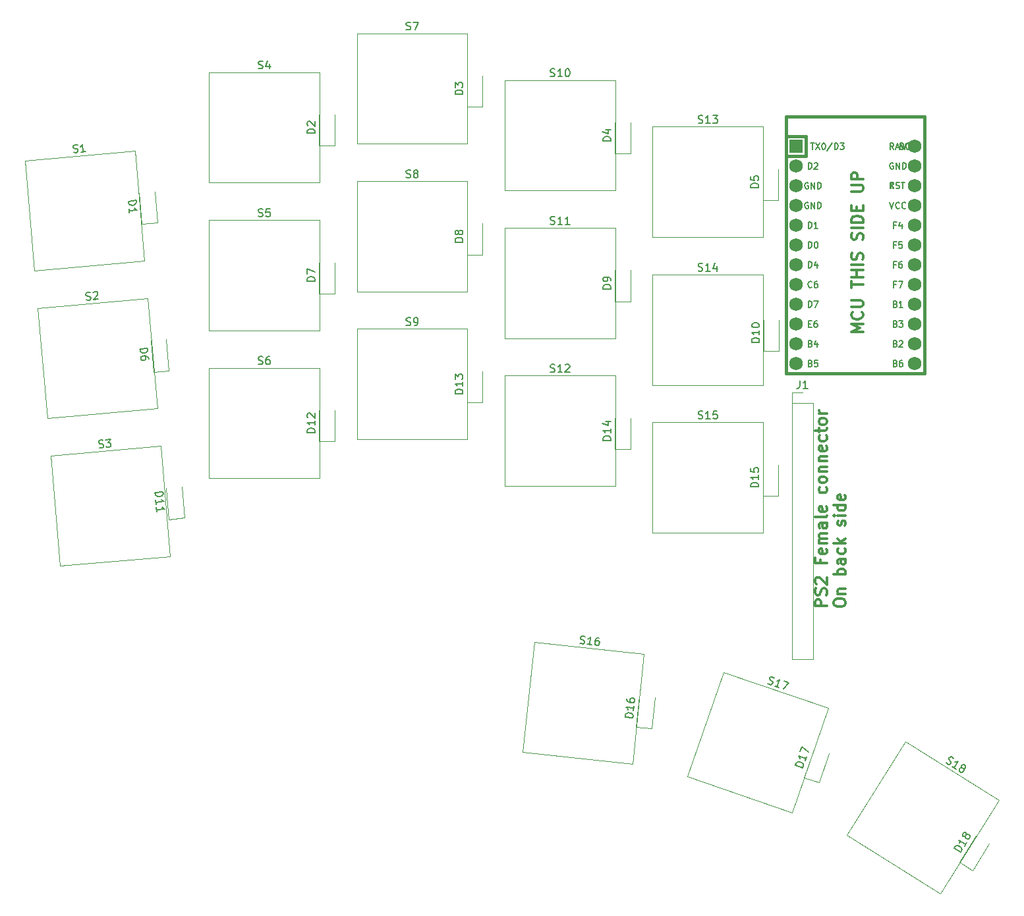
<source format=gbr>
%TF.GenerationSoftware,KiCad,Pcbnew,7.0.7*%
%TF.CreationDate,2023-09-27T07:47:07-06:00*%
%TF.ProjectId,keyboard - left,6b657962-6f61-4726-9420-2d206c656674,rev?*%
%TF.SameCoordinates,Original*%
%TF.FileFunction,Legend,Top*%
%TF.FilePolarity,Positive*%
%FSLAX46Y46*%
G04 Gerber Fmt 4.6, Leading zero omitted, Abs format (unit mm)*
G04 Created by KiCad (PCBNEW 7.0.7) date 2023-09-27 07:47:07*
%MOMM*%
%LPD*%
G01*
G04 APERTURE LIST*
%ADD10C,0.300000*%
%ADD11C,0.150000*%
%ADD12C,0.120000*%
%ADD13C,0.381000*%
%ADD14R,1.752600X1.752600*%
%ADD15C,1.752600*%
G04 APERTURE END LIST*
D10*
X115109055Y-118144568D02*
X113609055Y-118144568D01*
X113609055Y-118144568D02*
X113609055Y-117573139D01*
X113609055Y-117573139D02*
X113680484Y-117430282D01*
X113680484Y-117430282D02*
X113751912Y-117358853D01*
X113751912Y-117358853D02*
X113894769Y-117287425D01*
X113894769Y-117287425D02*
X114109055Y-117287425D01*
X114109055Y-117287425D02*
X114251912Y-117358853D01*
X114251912Y-117358853D02*
X114323341Y-117430282D01*
X114323341Y-117430282D02*
X114394769Y-117573139D01*
X114394769Y-117573139D02*
X114394769Y-118144568D01*
X115037627Y-116715996D02*
X115109055Y-116501711D01*
X115109055Y-116501711D02*
X115109055Y-116144568D01*
X115109055Y-116144568D02*
X115037627Y-116001711D01*
X115037627Y-116001711D02*
X114966198Y-115930282D01*
X114966198Y-115930282D02*
X114823341Y-115858853D01*
X114823341Y-115858853D02*
X114680484Y-115858853D01*
X114680484Y-115858853D02*
X114537627Y-115930282D01*
X114537627Y-115930282D02*
X114466198Y-116001711D01*
X114466198Y-116001711D02*
X114394769Y-116144568D01*
X114394769Y-116144568D02*
X114323341Y-116430282D01*
X114323341Y-116430282D02*
X114251912Y-116573139D01*
X114251912Y-116573139D02*
X114180484Y-116644568D01*
X114180484Y-116644568D02*
X114037627Y-116715996D01*
X114037627Y-116715996D02*
X113894769Y-116715996D01*
X113894769Y-116715996D02*
X113751912Y-116644568D01*
X113751912Y-116644568D02*
X113680484Y-116573139D01*
X113680484Y-116573139D02*
X113609055Y-116430282D01*
X113609055Y-116430282D02*
X113609055Y-116073139D01*
X113609055Y-116073139D02*
X113680484Y-115858853D01*
X113751912Y-115287425D02*
X113680484Y-115215997D01*
X113680484Y-115215997D02*
X113609055Y-115073140D01*
X113609055Y-115073140D02*
X113609055Y-114715997D01*
X113609055Y-114715997D02*
X113680484Y-114573140D01*
X113680484Y-114573140D02*
X113751912Y-114501711D01*
X113751912Y-114501711D02*
X113894769Y-114430282D01*
X113894769Y-114430282D02*
X114037627Y-114430282D01*
X114037627Y-114430282D02*
X114251912Y-114501711D01*
X114251912Y-114501711D02*
X115109055Y-115358854D01*
X115109055Y-115358854D02*
X115109055Y-114430282D01*
X114323341Y-112144569D02*
X114323341Y-112644569D01*
X115109055Y-112644569D02*
X113609055Y-112644569D01*
X113609055Y-112644569D02*
X113609055Y-111930283D01*
X115037627Y-110787426D02*
X115109055Y-110930283D01*
X115109055Y-110930283D02*
X115109055Y-111215998D01*
X115109055Y-111215998D02*
X115037627Y-111358855D01*
X115037627Y-111358855D02*
X114894769Y-111430283D01*
X114894769Y-111430283D02*
X114323341Y-111430283D01*
X114323341Y-111430283D02*
X114180484Y-111358855D01*
X114180484Y-111358855D02*
X114109055Y-111215998D01*
X114109055Y-111215998D02*
X114109055Y-110930283D01*
X114109055Y-110930283D02*
X114180484Y-110787426D01*
X114180484Y-110787426D02*
X114323341Y-110715998D01*
X114323341Y-110715998D02*
X114466198Y-110715998D01*
X114466198Y-110715998D02*
X114609055Y-111430283D01*
X115109055Y-110073141D02*
X114109055Y-110073141D01*
X114251912Y-110073141D02*
X114180484Y-110001712D01*
X114180484Y-110001712D02*
X114109055Y-109858855D01*
X114109055Y-109858855D02*
X114109055Y-109644569D01*
X114109055Y-109644569D02*
X114180484Y-109501712D01*
X114180484Y-109501712D02*
X114323341Y-109430284D01*
X114323341Y-109430284D02*
X115109055Y-109430284D01*
X114323341Y-109430284D02*
X114180484Y-109358855D01*
X114180484Y-109358855D02*
X114109055Y-109215998D01*
X114109055Y-109215998D02*
X114109055Y-109001712D01*
X114109055Y-109001712D02*
X114180484Y-108858855D01*
X114180484Y-108858855D02*
X114323341Y-108787426D01*
X114323341Y-108787426D02*
X115109055Y-108787426D01*
X115109055Y-107430284D02*
X114323341Y-107430284D01*
X114323341Y-107430284D02*
X114180484Y-107501712D01*
X114180484Y-107501712D02*
X114109055Y-107644569D01*
X114109055Y-107644569D02*
X114109055Y-107930284D01*
X114109055Y-107930284D02*
X114180484Y-108073141D01*
X115037627Y-107430284D02*
X115109055Y-107573141D01*
X115109055Y-107573141D02*
X115109055Y-107930284D01*
X115109055Y-107930284D02*
X115037627Y-108073141D01*
X115037627Y-108073141D02*
X114894769Y-108144569D01*
X114894769Y-108144569D02*
X114751912Y-108144569D01*
X114751912Y-108144569D02*
X114609055Y-108073141D01*
X114609055Y-108073141D02*
X114537627Y-107930284D01*
X114537627Y-107930284D02*
X114537627Y-107573141D01*
X114537627Y-107573141D02*
X114466198Y-107430284D01*
X115109055Y-106501712D02*
X115037627Y-106644569D01*
X115037627Y-106644569D02*
X114894769Y-106715998D01*
X114894769Y-106715998D02*
X113609055Y-106715998D01*
X115037627Y-105358855D02*
X115109055Y-105501712D01*
X115109055Y-105501712D02*
X115109055Y-105787427D01*
X115109055Y-105787427D02*
X115037627Y-105930284D01*
X115037627Y-105930284D02*
X114894769Y-106001712D01*
X114894769Y-106001712D02*
X114323341Y-106001712D01*
X114323341Y-106001712D02*
X114180484Y-105930284D01*
X114180484Y-105930284D02*
X114109055Y-105787427D01*
X114109055Y-105787427D02*
X114109055Y-105501712D01*
X114109055Y-105501712D02*
X114180484Y-105358855D01*
X114180484Y-105358855D02*
X114323341Y-105287427D01*
X114323341Y-105287427D02*
X114466198Y-105287427D01*
X114466198Y-105287427D02*
X114609055Y-106001712D01*
X115037627Y-102858856D02*
X115109055Y-103001713D01*
X115109055Y-103001713D02*
X115109055Y-103287427D01*
X115109055Y-103287427D02*
X115037627Y-103430284D01*
X115037627Y-103430284D02*
X114966198Y-103501713D01*
X114966198Y-103501713D02*
X114823341Y-103573141D01*
X114823341Y-103573141D02*
X114394769Y-103573141D01*
X114394769Y-103573141D02*
X114251912Y-103501713D01*
X114251912Y-103501713D02*
X114180484Y-103430284D01*
X114180484Y-103430284D02*
X114109055Y-103287427D01*
X114109055Y-103287427D02*
X114109055Y-103001713D01*
X114109055Y-103001713D02*
X114180484Y-102858856D01*
X115109055Y-102001713D02*
X115037627Y-102144570D01*
X115037627Y-102144570D02*
X114966198Y-102215999D01*
X114966198Y-102215999D02*
X114823341Y-102287427D01*
X114823341Y-102287427D02*
X114394769Y-102287427D01*
X114394769Y-102287427D02*
X114251912Y-102215999D01*
X114251912Y-102215999D02*
X114180484Y-102144570D01*
X114180484Y-102144570D02*
X114109055Y-102001713D01*
X114109055Y-102001713D02*
X114109055Y-101787427D01*
X114109055Y-101787427D02*
X114180484Y-101644570D01*
X114180484Y-101644570D02*
X114251912Y-101573142D01*
X114251912Y-101573142D02*
X114394769Y-101501713D01*
X114394769Y-101501713D02*
X114823341Y-101501713D01*
X114823341Y-101501713D02*
X114966198Y-101573142D01*
X114966198Y-101573142D02*
X115037627Y-101644570D01*
X115037627Y-101644570D02*
X115109055Y-101787427D01*
X115109055Y-101787427D02*
X115109055Y-102001713D01*
X114109055Y-100858856D02*
X115109055Y-100858856D01*
X114251912Y-100858856D02*
X114180484Y-100787427D01*
X114180484Y-100787427D02*
X114109055Y-100644570D01*
X114109055Y-100644570D02*
X114109055Y-100430284D01*
X114109055Y-100430284D02*
X114180484Y-100287427D01*
X114180484Y-100287427D02*
X114323341Y-100215999D01*
X114323341Y-100215999D02*
X115109055Y-100215999D01*
X114109055Y-99501713D02*
X115109055Y-99501713D01*
X114251912Y-99501713D02*
X114180484Y-99430284D01*
X114180484Y-99430284D02*
X114109055Y-99287427D01*
X114109055Y-99287427D02*
X114109055Y-99073141D01*
X114109055Y-99073141D02*
X114180484Y-98930284D01*
X114180484Y-98930284D02*
X114323341Y-98858856D01*
X114323341Y-98858856D02*
X115109055Y-98858856D01*
X115037627Y-97573141D02*
X115109055Y-97715998D01*
X115109055Y-97715998D02*
X115109055Y-98001713D01*
X115109055Y-98001713D02*
X115037627Y-98144570D01*
X115037627Y-98144570D02*
X114894769Y-98215998D01*
X114894769Y-98215998D02*
X114323341Y-98215998D01*
X114323341Y-98215998D02*
X114180484Y-98144570D01*
X114180484Y-98144570D02*
X114109055Y-98001713D01*
X114109055Y-98001713D02*
X114109055Y-97715998D01*
X114109055Y-97715998D02*
X114180484Y-97573141D01*
X114180484Y-97573141D02*
X114323341Y-97501713D01*
X114323341Y-97501713D02*
X114466198Y-97501713D01*
X114466198Y-97501713D02*
X114609055Y-98215998D01*
X115037627Y-96215999D02*
X115109055Y-96358856D01*
X115109055Y-96358856D02*
X115109055Y-96644570D01*
X115109055Y-96644570D02*
X115037627Y-96787427D01*
X115037627Y-96787427D02*
X114966198Y-96858856D01*
X114966198Y-96858856D02*
X114823341Y-96930284D01*
X114823341Y-96930284D02*
X114394769Y-96930284D01*
X114394769Y-96930284D02*
X114251912Y-96858856D01*
X114251912Y-96858856D02*
X114180484Y-96787427D01*
X114180484Y-96787427D02*
X114109055Y-96644570D01*
X114109055Y-96644570D02*
X114109055Y-96358856D01*
X114109055Y-96358856D02*
X114180484Y-96215999D01*
X114109055Y-95787427D02*
X114109055Y-95215999D01*
X113609055Y-95573142D02*
X114894769Y-95573142D01*
X114894769Y-95573142D02*
X115037627Y-95501713D01*
X115037627Y-95501713D02*
X115109055Y-95358856D01*
X115109055Y-95358856D02*
X115109055Y-95215999D01*
X115109055Y-94501713D02*
X115037627Y-94644570D01*
X115037627Y-94644570D02*
X114966198Y-94715999D01*
X114966198Y-94715999D02*
X114823341Y-94787427D01*
X114823341Y-94787427D02*
X114394769Y-94787427D01*
X114394769Y-94787427D02*
X114251912Y-94715999D01*
X114251912Y-94715999D02*
X114180484Y-94644570D01*
X114180484Y-94644570D02*
X114109055Y-94501713D01*
X114109055Y-94501713D02*
X114109055Y-94287427D01*
X114109055Y-94287427D02*
X114180484Y-94144570D01*
X114180484Y-94144570D02*
X114251912Y-94073142D01*
X114251912Y-94073142D02*
X114394769Y-94001713D01*
X114394769Y-94001713D02*
X114823341Y-94001713D01*
X114823341Y-94001713D02*
X114966198Y-94073142D01*
X114966198Y-94073142D02*
X115037627Y-94144570D01*
X115037627Y-94144570D02*
X115109055Y-94287427D01*
X115109055Y-94287427D02*
X115109055Y-94501713D01*
X115109055Y-93358856D02*
X114109055Y-93358856D01*
X114394769Y-93358856D02*
X114251912Y-93287427D01*
X114251912Y-93287427D02*
X114180484Y-93215999D01*
X114180484Y-93215999D02*
X114109055Y-93073141D01*
X114109055Y-93073141D02*
X114109055Y-92930284D01*
X116024055Y-117858853D02*
X116024055Y-117573139D01*
X116024055Y-117573139D02*
X116095484Y-117430282D01*
X116095484Y-117430282D02*
X116238341Y-117287425D01*
X116238341Y-117287425D02*
X116524055Y-117215996D01*
X116524055Y-117215996D02*
X117024055Y-117215996D01*
X117024055Y-117215996D02*
X117309769Y-117287425D01*
X117309769Y-117287425D02*
X117452627Y-117430282D01*
X117452627Y-117430282D02*
X117524055Y-117573139D01*
X117524055Y-117573139D02*
X117524055Y-117858853D01*
X117524055Y-117858853D02*
X117452627Y-118001711D01*
X117452627Y-118001711D02*
X117309769Y-118144568D01*
X117309769Y-118144568D02*
X117024055Y-118215996D01*
X117024055Y-118215996D02*
X116524055Y-118215996D01*
X116524055Y-118215996D02*
X116238341Y-118144568D01*
X116238341Y-118144568D02*
X116095484Y-118001711D01*
X116095484Y-118001711D02*
X116024055Y-117858853D01*
X116524055Y-116573139D02*
X117524055Y-116573139D01*
X116666912Y-116573139D02*
X116595484Y-116501710D01*
X116595484Y-116501710D02*
X116524055Y-116358853D01*
X116524055Y-116358853D02*
X116524055Y-116144567D01*
X116524055Y-116144567D02*
X116595484Y-116001710D01*
X116595484Y-116001710D02*
X116738341Y-115930282D01*
X116738341Y-115930282D02*
X117524055Y-115930282D01*
X117524055Y-114073139D02*
X116024055Y-114073139D01*
X116595484Y-114073139D02*
X116524055Y-113930282D01*
X116524055Y-113930282D02*
X116524055Y-113644567D01*
X116524055Y-113644567D02*
X116595484Y-113501710D01*
X116595484Y-113501710D02*
X116666912Y-113430282D01*
X116666912Y-113430282D02*
X116809769Y-113358853D01*
X116809769Y-113358853D02*
X117238341Y-113358853D01*
X117238341Y-113358853D02*
X117381198Y-113430282D01*
X117381198Y-113430282D02*
X117452627Y-113501710D01*
X117452627Y-113501710D02*
X117524055Y-113644567D01*
X117524055Y-113644567D02*
X117524055Y-113930282D01*
X117524055Y-113930282D02*
X117452627Y-114073139D01*
X117524055Y-112073139D02*
X116738341Y-112073139D01*
X116738341Y-112073139D02*
X116595484Y-112144567D01*
X116595484Y-112144567D02*
X116524055Y-112287424D01*
X116524055Y-112287424D02*
X116524055Y-112573139D01*
X116524055Y-112573139D02*
X116595484Y-112715996D01*
X117452627Y-112073139D02*
X117524055Y-112215996D01*
X117524055Y-112215996D02*
X117524055Y-112573139D01*
X117524055Y-112573139D02*
X117452627Y-112715996D01*
X117452627Y-112715996D02*
X117309769Y-112787424D01*
X117309769Y-112787424D02*
X117166912Y-112787424D01*
X117166912Y-112787424D02*
X117024055Y-112715996D01*
X117024055Y-112715996D02*
X116952627Y-112573139D01*
X116952627Y-112573139D02*
X116952627Y-112215996D01*
X116952627Y-112215996D02*
X116881198Y-112073139D01*
X117452627Y-110715996D02*
X117524055Y-110858853D01*
X117524055Y-110858853D02*
X117524055Y-111144567D01*
X117524055Y-111144567D02*
X117452627Y-111287424D01*
X117452627Y-111287424D02*
X117381198Y-111358853D01*
X117381198Y-111358853D02*
X117238341Y-111430281D01*
X117238341Y-111430281D02*
X116809769Y-111430281D01*
X116809769Y-111430281D02*
X116666912Y-111358853D01*
X116666912Y-111358853D02*
X116595484Y-111287424D01*
X116595484Y-111287424D02*
X116524055Y-111144567D01*
X116524055Y-111144567D02*
X116524055Y-110858853D01*
X116524055Y-110858853D02*
X116595484Y-110715996D01*
X117524055Y-110073139D02*
X116024055Y-110073139D01*
X116952627Y-109930282D02*
X117524055Y-109501710D01*
X116524055Y-109501710D02*
X117095484Y-110073139D01*
X117452627Y-107787424D02*
X117524055Y-107644567D01*
X117524055Y-107644567D02*
X117524055Y-107358853D01*
X117524055Y-107358853D02*
X117452627Y-107215996D01*
X117452627Y-107215996D02*
X117309769Y-107144567D01*
X117309769Y-107144567D02*
X117238341Y-107144567D01*
X117238341Y-107144567D02*
X117095484Y-107215996D01*
X117095484Y-107215996D02*
X117024055Y-107358853D01*
X117024055Y-107358853D02*
X117024055Y-107573139D01*
X117024055Y-107573139D02*
X116952627Y-107715996D01*
X116952627Y-107715996D02*
X116809769Y-107787424D01*
X116809769Y-107787424D02*
X116738341Y-107787424D01*
X116738341Y-107787424D02*
X116595484Y-107715996D01*
X116595484Y-107715996D02*
X116524055Y-107573139D01*
X116524055Y-107573139D02*
X116524055Y-107358853D01*
X116524055Y-107358853D02*
X116595484Y-107215996D01*
X117524055Y-106501710D02*
X116524055Y-106501710D01*
X116024055Y-106501710D02*
X116095484Y-106573138D01*
X116095484Y-106573138D02*
X116166912Y-106501710D01*
X116166912Y-106501710D02*
X116095484Y-106430281D01*
X116095484Y-106430281D02*
X116024055Y-106501710D01*
X116024055Y-106501710D02*
X116166912Y-106501710D01*
X117524055Y-105144567D02*
X116024055Y-105144567D01*
X117452627Y-105144567D02*
X117524055Y-105287424D01*
X117524055Y-105287424D02*
X117524055Y-105573138D01*
X117524055Y-105573138D02*
X117452627Y-105715995D01*
X117452627Y-105715995D02*
X117381198Y-105787424D01*
X117381198Y-105787424D02*
X117238341Y-105858852D01*
X117238341Y-105858852D02*
X116809769Y-105858852D01*
X116809769Y-105858852D02*
X116666912Y-105787424D01*
X116666912Y-105787424D02*
X116595484Y-105715995D01*
X116595484Y-105715995D02*
X116524055Y-105573138D01*
X116524055Y-105573138D02*
X116524055Y-105287424D01*
X116524055Y-105287424D02*
X116595484Y-105144567D01*
X117452627Y-103858852D02*
X117524055Y-104001709D01*
X117524055Y-104001709D02*
X117524055Y-104287424D01*
X117524055Y-104287424D02*
X117452627Y-104430281D01*
X117452627Y-104430281D02*
X117309769Y-104501709D01*
X117309769Y-104501709D02*
X116738341Y-104501709D01*
X116738341Y-104501709D02*
X116595484Y-104430281D01*
X116595484Y-104430281D02*
X116524055Y-104287424D01*
X116524055Y-104287424D02*
X116524055Y-104001709D01*
X116524055Y-104001709D02*
X116595484Y-103858852D01*
X116595484Y-103858852D02*
X116738341Y-103787424D01*
X116738341Y-103787424D02*
X116881198Y-103787424D01*
X116881198Y-103787424D02*
X117024055Y-104501709D01*
X119774055Y-82894568D02*
X118274055Y-82894568D01*
X118274055Y-82894568D02*
X119345484Y-82394568D01*
X119345484Y-82394568D02*
X118274055Y-81894568D01*
X118274055Y-81894568D02*
X119774055Y-81894568D01*
X119631198Y-80323139D02*
X119702627Y-80394567D01*
X119702627Y-80394567D02*
X119774055Y-80608853D01*
X119774055Y-80608853D02*
X119774055Y-80751710D01*
X119774055Y-80751710D02*
X119702627Y-80965996D01*
X119702627Y-80965996D02*
X119559769Y-81108853D01*
X119559769Y-81108853D02*
X119416912Y-81180282D01*
X119416912Y-81180282D02*
X119131198Y-81251710D01*
X119131198Y-81251710D02*
X118916912Y-81251710D01*
X118916912Y-81251710D02*
X118631198Y-81180282D01*
X118631198Y-81180282D02*
X118488341Y-81108853D01*
X118488341Y-81108853D02*
X118345484Y-80965996D01*
X118345484Y-80965996D02*
X118274055Y-80751710D01*
X118274055Y-80751710D02*
X118274055Y-80608853D01*
X118274055Y-80608853D02*
X118345484Y-80394567D01*
X118345484Y-80394567D02*
X118416912Y-80323139D01*
X118274055Y-79680282D02*
X119488341Y-79680282D01*
X119488341Y-79680282D02*
X119631198Y-79608853D01*
X119631198Y-79608853D02*
X119702627Y-79537425D01*
X119702627Y-79537425D02*
X119774055Y-79394567D01*
X119774055Y-79394567D02*
X119774055Y-79108853D01*
X119774055Y-79108853D02*
X119702627Y-78965996D01*
X119702627Y-78965996D02*
X119631198Y-78894567D01*
X119631198Y-78894567D02*
X119488341Y-78823139D01*
X119488341Y-78823139D02*
X118274055Y-78823139D01*
X118274055Y-77180281D02*
X118274055Y-76323139D01*
X119774055Y-76751710D02*
X118274055Y-76751710D01*
X119774055Y-75823139D02*
X118274055Y-75823139D01*
X118988341Y-75823139D02*
X118988341Y-74965996D01*
X119774055Y-74965996D02*
X118274055Y-74965996D01*
X119774055Y-74251710D02*
X118274055Y-74251710D01*
X119702627Y-73608852D02*
X119774055Y-73394567D01*
X119774055Y-73394567D02*
X119774055Y-73037424D01*
X119774055Y-73037424D02*
X119702627Y-72894567D01*
X119702627Y-72894567D02*
X119631198Y-72823138D01*
X119631198Y-72823138D02*
X119488341Y-72751709D01*
X119488341Y-72751709D02*
X119345484Y-72751709D01*
X119345484Y-72751709D02*
X119202627Y-72823138D01*
X119202627Y-72823138D02*
X119131198Y-72894567D01*
X119131198Y-72894567D02*
X119059769Y-73037424D01*
X119059769Y-73037424D02*
X118988341Y-73323138D01*
X118988341Y-73323138D02*
X118916912Y-73465995D01*
X118916912Y-73465995D02*
X118845484Y-73537424D01*
X118845484Y-73537424D02*
X118702627Y-73608852D01*
X118702627Y-73608852D02*
X118559769Y-73608852D01*
X118559769Y-73608852D02*
X118416912Y-73537424D01*
X118416912Y-73537424D02*
X118345484Y-73465995D01*
X118345484Y-73465995D02*
X118274055Y-73323138D01*
X118274055Y-73323138D02*
X118274055Y-72965995D01*
X118274055Y-72965995D02*
X118345484Y-72751709D01*
X119702627Y-71037424D02*
X119774055Y-70823139D01*
X119774055Y-70823139D02*
X119774055Y-70465996D01*
X119774055Y-70465996D02*
X119702627Y-70323139D01*
X119702627Y-70323139D02*
X119631198Y-70251710D01*
X119631198Y-70251710D02*
X119488341Y-70180281D01*
X119488341Y-70180281D02*
X119345484Y-70180281D01*
X119345484Y-70180281D02*
X119202627Y-70251710D01*
X119202627Y-70251710D02*
X119131198Y-70323139D01*
X119131198Y-70323139D02*
X119059769Y-70465996D01*
X119059769Y-70465996D02*
X118988341Y-70751710D01*
X118988341Y-70751710D02*
X118916912Y-70894567D01*
X118916912Y-70894567D02*
X118845484Y-70965996D01*
X118845484Y-70965996D02*
X118702627Y-71037424D01*
X118702627Y-71037424D02*
X118559769Y-71037424D01*
X118559769Y-71037424D02*
X118416912Y-70965996D01*
X118416912Y-70965996D02*
X118345484Y-70894567D01*
X118345484Y-70894567D02*
X118274055Y-70751710D01*
X118274055Y-70751710D02*
X118274055Y-70394567D01*
X118274055Y-70394567D02*
X118345484Y-70180281D01*
X119774055Y-69537425D02*
X118274055Y-69537425D01*
X119774055Y-68823139D02*
X118274055Y-68823139D01*
X118274055Y-68823139D02*
X118274055Y-68465996D01*
X118274055Y-68465996D02*
X118345484Y-68251710D01*
X118345484Y-68251710D02*
X118488341Y-68108853D01*
X118488341Y-68108853D02*
X118631198Y-68037424D01*
X118631198Y-68037424D02*
X118916912Y-67965996D01*
X118916912Y-67965996D02*
X119131198Y-67965996D01*
X119131198Y-67965996D02*
X119416912Y-68037424D01*
X119416912Y-68037424D02*
X119559769Y-68108853D01*
X119559769Y-68108853D02*
X119702627Y-68251710D01*
X119702627Y-68251710D02*
X119774055Y-68465996D01*
X119774055Y-68465996D02*
X119774055Y-68823139D01*
X118988341Y-67323139D02*
X118988341Y-66823139D01*
X119774055Y-66608853D02*
X119774055Y-67323139D01*
X119774055Y-67323139D02*
X118274055Y-67323139D01*
X118274055Y-67323139D02*
X118274055Y-66608853D01*
X118274055Y-64823139D02*
X119488341Y-64823139D01*
X119488341Y-64823139D02*
X119631198Y-64751710D01*
X119631198Y-64751710D02*
X119702627Y-64680282D01*
X119702627Y-64680282D02*
X119774055Y-64537424D01*
X119774055Y-64537424D02*
X119774055Y-64251710D01*
X119774055Y-64251710D02*
X119702627Y-64108853D01*
X119702627Y-64108853D02*
X119631198Y-64037424D01*
X119631198Y-64037424D02*
X119488341Y-63965996D01*
X119488341Y-63965996D02*
X118274055Y-63965996D01*
X119774055Y-63251710D02*
X118274055Y-63251710D01*
X118274055Y-63251710D02*
X118274055Y-62680281D01*
X118274055Y-62680281D02*
X118345484Y-62537424D01*
X118345484Y-62537424D02*
X118416912Y-62465995D01*
X118416912Y-62465995D02*
X118559769Y-62394567D01*
X118559769Y-62394567D02*
X118774055Y-62394567D01*
X118774055Y-62394567D02*
X118916912Y-62465995D01*
X118916912Y-62465995D02*
X118988341Y-62537424D01*
X118988341Y-62537424D02*
X119059769Y-62680281D01*
X119059769Y-62680281D02*
X119059769Y-63251710D01*
D11*
X87354819Y-96817916D02*
X86354819Y-96817916D01*
X86354819Y-96817916D02*
X86354819Y-96579821D01*
X86354819Y-96579821D02*
X86402438Y-96436964D01*
X86402438Y-96436964D02*
X86497676Y-96341726D01*
X86497676Y-96341726D02*
X86592914Y-96294107D01*
X86592914Y-96294107D02*
X86783390Y-96246488D01*
X86783390Y-96246488D02*
X86926247Y-96246488D01*
X86926247Y-96246488D02*
X87116723Y-96294107D01*
X87116723Y-96294107D02*
X87211961Y-96341726D01*
X87211961Y-96341726D02*
X87307200Y-96436964D01*
X87307200Y-96436964D02*
X87354819Y-96579821D01*
X87354819Y-96579821D02*
X87354819Y-96817916D01*
X87354819Y-95294107D02*
X87354819Y-95865535D01*
X87354819Y-95579821D02*
X86354819Y-95579821D01*
X86354819Y-95579821D02*
X86497676Y-95675059D01*
X86497676Y-95675059D02*
X86592914Y-95770297D01*
X86592914Y-95770297D02*
X86640533Y-95865535D01*
X86688152Y-94436964D02*
X87354819Y-94436964D01*
X86307200Y-94675059D02*
X87021485Y-94913154D01*
X87021485Y-94913154D02*
X87021485Y-94294107D01*
X87354819Y-58341725D02*
X86354819Y-58341725D01*
X86354819Y-58341725D02*
X86354819Y-58103630D01*
X86354819Y-58103630D02*
X86402438Y-57960773D01*
X86402438Y-57960773D02*
X86497676Y-57865535D01*
X86497676Y-57865535D02*
X86592914Y-57817916D01*
X86592914Y-57817916D02*
X86783390Y-57770297D01*
X86783390Y-57770297D02*
X86926247Y-57770297D01*
X86926247Y-57770297D02*
X87116723Y-57817916D01*
X87116723Y-57817916D02*
X87211961Y-57865535D01*
X87211961Y-57865535D02*
X87307200Y-57960773D01*
X87307200Y-57960773D02*
X87354819Y-58103630D01*
X87354819Y-58103630D02*
X87354819Y-58341725D01*
X86688152Y-56913154D02*
X87354819Y-56913154D01*
X86307200Y-57151249D02*
X87021485Y-57389344D01*
X87021485Y-57389344D02*
X87021485Y-56770297D01*
X61085476Y-63010831D02*
X61228333Y-63058450D01*
X61228333Y-63058450D02*
X61466428Y-63058450D01*
X61466428Y-63058450D02*
X61561666Y-63010831D01*
X61561666Y-63010831D02*
X61609285Y-62963211D01*
X61609285Y-62963211D02*
X61656904Y-62867973D01*
X61656904Y-62867973D02*
X61656904Y-62772735D01*
X61656904Y-62772735D02*
X61609285Y-62677497D01*
X61609285Y-62677497D02*
X61561666Y-62629878D01*
X61561666Y-62629878D02*
X61466428Y-62582259D01*
X61466428Y-62582259D02*
X61275952Y-62534640D01*
X61275952Y-62534640D02*
X61180714Y-62487021D01*
X61180714Y-62487021D02*
X61133095Y-62439402D01*
X61133095Y-62439402D02*
X61085476Y-62344164D01*
X61085476Y-62344164D02*
X61085476Y-62248926D01*
X61085476Y-62248926D02*
X61133095Y-62153688D01*
X61133095Y-62153688D02*
X61180714Y-62106069D01*
X61180714Y-62106069D02*
X61275952Y-62058450D01*
X61275952Y-62058450D02*
X61514047Y-62058450D01*
X61514047Y-62058450D02*
X61656904Y-62106069D01*
X62228333Y-62487021D02*
X62133095Y-62439402D01*
X62133095Y-62439402D02*
X62085476Y-62391783D01*
X62085476Y-62391783D02*
X62037857Y-62296545D01*
X62037857Y-62296545D02*
X62037857Y-62248926D01*
X62037857Y-62248926D02*
X62085476Y-62153688D01*
X62085476Y-62153688D02*
X62133095Y-62106069D01*
X62133095Y-62106069D02*
X62228333Y-62058450D01*
X62228333Y-62058450D02*
X62418809Y-62058450D01*
X62418809Y-62058450D02*
X62514047Y-62106069D01*
X62514047Y-62106069D02*
X62561666Y-62153688D01*
X62561666Y-62153688D02*
X62609285Y-62248926D01*
X62609285Y-62248926D02*
X62609285Y-62296545D01*
X62609285Y-62296545D02*
X62561666Y-62391783D01*
X62561666Y-62391783D02*
X62514047Y-62439402D01*
X62514047Y-62439402D02*
X62418809Y-62487021D01*
X62418809Y-62487021D02*
X62228333Y-62487021D01*
X62228333Y-62487021D02*
X62133095Y-62534640D01*
X62133095Y-62534640D02*
X62085476Y-62582259D01*
X62085476Y-62582259D02*
X62037857Y-62677497D01*
X62037857Y-62677497D02*
X62037857Y-62867973D01*
X62037857Y-62867973D02*
X62085476Y-62963211D01*
X62085476Y-62963211D02*
X62133095Y-63010831D01*
X62133095Y-63010831D02*
X62228333Y-63058450D01*
X62228333Y-63058450D02*
X62418809Y-63058450D01*
X62418809Y-63058450D02*
X62514047Y-63010831D01*
X62514047Y-63010831D02*
X62561666Y-62963211D01*
X62561666Y-62963211D02*
X62609285Y-62867973D01*
X62609285Y-62867973D02*
X62609285Y-62677497D01*
X62609285Y-62677497D02*
X62561666Y-62582259D01*
X62561666Y-62582259D02*
X62514047Y-62534640D01*
X62514047Y-62534640D02*
X62418809Y-62487021D01*
X79609286Y-69010831D02*
X79752143Y-69058450D01*
X79752143Y-69058450D02*
X79990238Y-69058450D01*
X79990238Y-69058450D02*
X80085476Y-69010831D01*
X80085476Y-69010831D02*
X80133095Y-68963211D01*
X80133095Y-68963211D02*
X80180714Y-68867973D01*
X80180714Y-68867973D02*
X80180714Y-68772735D01*
X80180714Y-68772735D02*
X80133095Y-68677497D01*
X80133095Y-68677497D02*
X80085476Y-68629878D01*
X80085476Y-68629878D02*
X79990238Y-68582259D01*
X79990238Y-68582259D02*
X79799762Y-68534640D01*
X79799762Y-68534640D02*
X79704524Y-68487021D01*
X79704524Y-68487021D02*
X79656905Y-68439402D01*
X79656905Y-68439402D02*
X79609286Y-68344164D01*
X79609286Y-68344164D02*
X79609286Y-68248926D01*
X79609286Y-68248926D02*
X79656905Y-68153688D01*
X79656905Y-68153688D02*
X79704524Y-68106069D01*
X79704524Y-68106069D02*
X79799762Y-68058450D01*
X79799762Y-68058450D02*
X80037857Y-68058450D01*
X80037857Y-68058450D02*
X80180714Y-68106069D01*
X81133095Y-69058450D02*
X80561667Y-69058450D01*
X80847381Y-69058450D02*
X80847381Y-68058450D01*
X80847381Y-68058450D02*
X80752143Y-68201307D01*
X80752143Y-68201307D02*
X80656905Y-68296545D01*
X80656905Y-68296545D02*
X80561667Y-68344164D01*
X82085476Y-69058450D02*
X81514048Y-69058450D01*
X81799762Y-69058450D02*
X81799762Y-68058450D01*
X81799762Y-68058450D02*
X81704524Y-68201307D01*
X81704524Y-68201307D02*
X81609286Y-68296545D01*
X81609286Y-68296545D02*
X81514048Y-68344164D01*
X26873150Y-85056403D02*
X27869345Y-84969247D01*
X27869345Y-84969247D02*
X27890096Y-85206436D01*
X27890096Y-85206436D02*
X27855109Y-85352900D01*
X27855109Y-85352900D02*
X27768534Y-85456076D01*
X27768534Y-85456076D02*
X27677808Y-85511814D01*
X27677808Y-85511814D02*
X27492207Y-85575853D01*
X27492207Y-85575853D02*
X27349894Y-85588304D01*
X27349894Y-85588304D02*
X27155992Y-85557467D01*
X27155992Y-85557467D02*
X27056966Y-85518330D01*
X27056966Y-85518330D02*
X26953790Y-85431755D01*
X26953790Y-85431755D02*
X26893901Y-85293592D01*
X26893901Y-85293592D02*
X26873150Y-85056403D01*
X27993853Y-86392382D02*
X27977252Y-86202631D01*
X27977252Y-86202631D02*
X27921513Y-86111905D01*
X27921513Y-86111905D02*
X27869925Y-86068618D01*
X27869925Y-86068618D02*
X27719311Y-85986193D01*
X27719311Y-85986193D02*
X27525410Y-85955356D01*
X27525410Y-85955356D02*
X27145907Y-85988558D01*
X27145907Y-85988558D02*
X27055181Y-86044297D01*
X27055181Y-86044297D02*
X27011894Y-86095885D01*
X27011894Y-86095885D02*
X26972757Y-86194911D01*
X26972757Y-86194911D02*
X26989358Y-86384662D01*
X26989358Y-86384662D02*
X27045096Y-86475388D01*
X27045096Y-86475388D02*
X27096684Y-86518675D01*
X27096684Y-86518675D02*
X27195710Y-86557812D01*
X27195710Y-86557812D02*
X27432899Y-86537061D01*
X27432899Y-86537061D02*
X27523625Y-86481323D01*
X27523625Y-86481323D02*
X27566912Y-86429735D01*
X27566912Y-86429735D02*
X27606050Y-86330709D01*
X27606050Y-86330709D02*
X27589448Y-86140957D01*
X27589448Y-86140957D02*
X27533710Y-86050232D01*
X27533710Y-86050232D02*
X27482122Y-86006944D01*
X27482122Y-86006944D02*
X27383096Y-85967807D01*
X90190005Y-132480181D02*
X89195483Y-132375652D01*
X89195483Y-132375652D02*
X89220370Y-132138861D01*
X89220370Y-132138861D02*
X89282661Y-132001764D01*
X89282661Y-132001764D02*
X89387333Y-131917003D01*
X89387333Y-131917003D02*
X89487027Y-131879600D01*
X89487027Y-131879600D02*
X89681437Y-131852152D01*
X89681437Y-131852152D02*
X89823511Y-131867085D01*
X89823511Y-131867085D02*
X90007967Y-131934353D01*
X90007967Y-131934353D02*
X90097705Y-131991666D01*
X90097705Y-131991666D02*
X90182467Y-132096338D01*
X90182467Y-132096338D02*
X90214892Y-132243390D01*
X90214892Y-132243390D02*
X90190005Y-132480181D01*
X90349286Y-130964719D02*
X90289555Y-131533017D01*
X90319421Y-131248868D02*
X89324899Y-131144340D01*
X89324899Y-131144340D02*
X89457018Y-131253989D01*
X89457018Y-131253989D02*
X89541780Y-131358660D01*
X89541780Y-131358660D02*
X89579183Y-131458354D01*
X89444360Y-130007743D02*
X89424450Y-130197176D01*
X89424450Y-130197176D02*
X89461853Y-130296870D01*
X89461853Y-130296870D02*
X89504234Y-130349205D01*
X89504234Y-130349205D02*
X89636353Y-130458854D01*
X89636353Y-130458854D02*
X89820808Y-130526123D01*
X89820808Y-130526123D02*
X90199674Y-130565943D01*
X90199674Y-130565943D02*
X90299368Y-130528540D01*
X90299368Y-130528540D02*
X90351703Y-130486159D01*
X90351703Y-130486159D02*
X90409017Y-130396421D01*
X90409017Y-130396421D02*
X90428927Y-130206988D01*
X90428927Y-130206988D02*
X90391524Y-130107294D01*
X90391524Y-130107294D02*
X90349143Y-130054958D01*
X90349143Y-130054958D02*
X90259404Y-129997645D01*
X90259404Y-129997645D02*
X90022613Y-129972757D01*
X90022613Y-129972757D02*
X89922919Y-130010160D01*
X89922919Y-130010160D02*
X89870584Y-130052541D01*
X89870584Y-130052541D02*
X89813270Y-130142280D01*
X89813270Y-130142280D02*
X89793360Y-130331713D01*
X89793360Y-130331713D02*
X89830763Y-130431406D01*
X89830763Y-130431406D02*
X89873144Y-130483742D01*
X89873144Y-130483742D02*
X89962883Y-130541055D01*
X19990408Y-78777675D02*
X20136872Y-78812662D01*
X20136872Y-78812662D02*
X20374061Y-78791911D01*
X20374061Y-78791911D02*
X20464786Y-78736173D01*
X20464786Y-78736173D02*
X20508074Y-78684585D01*
X20508074Y-78684585D02*
X20547211Y-78585559D01*
X20547211Y-78585559D02*
X20538911Y-78490683D01*
X20538911Y-78490683D02*
X20483172Y-78399957D01*
X20483172Y-78399957D02*
X20431584Y-78356670D01*
X20431584Y-78356670D02*
X20332558Y-78317533D01*
X20332558Y-78317533D02*
X20138656Y-78286696D01*
X20138656Y-78286696D02*
X20039630Y-78247559D01*
X20039630Y-78247559D02*
X19988042Y-78204271D01*
X19988042Y-78204271D02*
X19932304Y-78113546D01*
X19932304Y-78113546D02*
X19924003Y-78018670D01*
X19924003Y-78018670D02*
X19963141Y-77919644D01*
X19963141Y-77919644D02*
X20006428Y-77868056D01*
X20006428Y-77868056D02*
X20097154Y-77812317D01*
X20097154Y-77812317D02*
X20334343Y-77791566D01*
X20334343Y-77791566D02*
X20480807Y-77826553D01*
X20864460Y-77840789D02*
X20907747Y-77789201D01*
X20907747Y-77789201D02*
X20998473Y-77733462D01*
X20998473Y-77733462D02*
X21235662Y-77712711D01*
X21235662Y-77712711D02*
X21334688Y-77751848D01*
X21334688Y-77751848D02*
X21386276Y-77795136D01*
X21386276Y-77795136D02*
X21442014Y-77885861D01*
X21442014Y-77885861D02*
X21450315Y-77980737D01*
X21450315Y-77980737D02*
X21415328Y-78127201D01*
X21415328Y-78127201D02*
X20895877Y-78746258D01*
X20895877Y-78746258D02*
X21512569Y-78692304D01*
X49354819Y-76341725D02*
X48354819Y-76341725D01*
X48354819Y-76341725D02*
X48354819Y-76103630D01*
X48354819Y-76103630D02*
X48402438Y-75960773D01*
X48402438Y-75960773D02*
X48497676Y-75865535D01*
X48497676Y-75865535D02*
X48592914Y-75817916D01*
X48592914Y-75817916D02*
X48783390Y-75770297D01*
X48783390Y-75770297D02*
X48926247Y-75770297D01*
X48926247Y-75770297D02*
X49116723Y-75817916D01*
X49116723Y-75817916D02*
X49211961Y-75865535D01*
X49211961Y-75865535D02*
X49307200Y-75960773D01*
X49307200Y-75960773D02*
X49354819Y-76103630D01*
X49354819Y-76103630D02*
X49354819Y-76341725D01*
X48354819Y-75436963D02*
X48354819Y-74770297D01*
X48354819Y-74770297D02*
X49354819Y-75198868D01*
X42085476Y-68010831D02*
X42228333Y-68058450D01*
X42228333Y-68058450D02*
X42466428Y-68058450D01*
X42466428Y-68058450D02*
X42561666Y-68010831D01*
X42561666Y-68010831D02*
X42609285Y-67963211D01*
X42609285Y-67963211D02*
X42656904Y-67867973D01*
X42656904Y-67867973D02*
X42656904Y-67772735D01*
X42656904Y-67772735D02*
X42609285Y-67677497D01*
X42609285Y-67677497D02*
X42561666Y-67629878D01*
X42561666Y-67629878D02*
X42466428Y-67582259D01*
X42466428Y-67582259D02*
X42275952Y-67534640D01*
X42275952Y-67534640D02*
X42180714Y-67487021D01*
X42180714Y-67487021D02*
X42133095Y-67439402D01*
X42133095Y-67439402D02*
X42085476Y-67344164D01*
X42085476Y-67344164D02*
X42085476Y-67248926D01*
X42085476Y-67248926D02*
X42133095Y-67153688D01*
X42133095Y-67153688D02*
X42180714Y-67106069D01*
X42180714Y-67106069D02*
X42275952Y-67058450D01*
X42275952Y-67058450D02*
X42514047Y-67058450D01*
X42514047Y-67058450D02*
X42656904Y-67106069D01*
X43561666Y-67058450D02*
X43085476Y-67058450D01*
X43085476Y-67058450D02*
X43037857Y-67534640D01*
X43037857Y-67534640D02*
X43085476Y-67487021D01*
X43085476Y-67487021D02*
X43180714Y-67439402D01*
X43180714Y-67439402D02*
X43418809Y-67439402D01*
X43418809Y-67439402D02*
X43514047Y-67487021D01*
X43514047Y-67487021D02*
X43561666Y-67534640D01*
X43561666Y-67534640D02*
X43609285Y-67629878D01*
X43609285Y-67629878D02*
X43609285Y-67867973D01*
X43609285Y-67867973D02*
X43561666Y-67963211D01*
X43561666Y-67963211D02*
X43514047Y-68010831D01*
X43514047Y-68010831D02*
X43418809Y-68058450D01*
X43418809Y-68058450D02*
X43180714Y-68058450D01*
X43180714Y-68058450D02*
X43085476Y-68010831D01*
X43085476Y-68010831D02*
X43037857Y-67963211D01*
X68354819Y-90817916D02*
X67354819Y-90817916D01*
X67354819Y-90817916D02*
X67354819Y-90579821D01*
X67354819Y-90579821D02*
X67402438Y-90436964D01*
X67402438Y-90436964D02*
X67497676Y-90341726D01*
X67497676Y-90341726D02*
X67592914Y-90294107D01*
X67592914Y-90294107D02*
X67783390Y-90246488D01*
X67783390Y-90246488D02*
X67926247Y-90246488D01*
X67926247Y-90246488D02*
X68116723Y-90294107D01*
X68116723Y-90294107D02*
X68211961Y-90341726D01*
X68211961Y-90341726D02*
X68307200Y-90436964D01*
X68307200Y-90436964D02*
X68354819Y-90579821D01*
X68354819Y-90579821D02*
X68354819Y-90817916D01*
X68354819Y-89294107D02*
X68354819Y-89865535D01*
X68354819Y-89579821D02*
X67354819Y-89579821D01*
X67354819Y-89579821D02*
X67497676Y-89675059D01*
X67497676Y-89675059D02*
X67592914Y-89770297D01*
X67592914Y-89770297D02*
X67640533Y-89865535D01*
X67354819Y-88960773D02*
X67354819Y-88341726D01*
X67354819Y-88341726D02*
X67735771Y-88675059D01*
X67735771Y-88675059D02*
X67735771Y-88532202D01*
X67735771Y-88532202D02*
X67783390Y-88436964D01*
X67783390Y-88436964D02*
X67831009Y-88389345D01*
X67831009Y-88389345D02*
X67926247Y-88341726D01*
X67926247Y-88341726D02*
X68164342Y-88341726D01*
X68164342Y-88341726D02*
X68259580Y-88389345D01*
X68259580Y-88389345D02*
X68307200Y-88436964D01*
X68307200Y-88436964D02*
X68354819Y-88532202D01*
X68354819Y-88532202D02*
X68354819Y-88817916D01*
X68354819Y-88817916D02*
X68307200Y-88913154D01*
X68307200Y-88913154D02*
X68259580Y-88960773D01*
X25390193Y-66078665D02*
X26386388Y-65991509D01*
X26386388Y-65991509D02*
X26407139Y-66228698D01*
X26407139Y-66228698D02*
X26372152Y-66375162D01*
X26372152Y-66375162D02*
X26285577Y-66478338D01*
X26285577Y-66478338D02*
X26194851Y-66534076D01*
X26194851Y-66534076D02*
X26009250Y-66598115D01*
X26009250Y-66598115D02*
X25866937Y-66610566D01*
X25866937Y-66610566D02*
X25673035Y-66579729D01*
X25673035Y-66579729D02*
X25574009Y-66540592D01*
X25574009Y-66540592D02*
X25470833Y-66454017D01*
X25470833Y-66454017D02*
X25410944Y-66315854D01*
X25410944Y-66315854D02*
X25390193Y-66078665D01*
X25523002Y-67596675D02*
X25473198Y-67027421D01*
X25498100Y-67312048D02*
X26494295Y-67224893D01*
X26494295Y-67224893D02*
X26343681Y-67142468D01*
X26343681Y-67142468D02*
X26240504Y-67055893D01*
X26240504Y-67055893D02*
X26184766Y-66965167D01*
X42085476Y-87010831D02*
X42228333Y-87058450D01*
X42228333Y-87058450D02*
X42466428Y-87058450D01*
X42466428Y-87058450D02*
X42561666Y-87010831D01*
X42561666Y-87010831D02*
X42609285Y-86963211D01*
X42609285Y-86963211D02*
X42656904Y-86867973D01*
X42656904Y-86867973D02*
X42656904Y-86772735D01*
X42656904Y-86772735D02*
X42609285Y-86677497D01*
X42609285Y-86677497D02*
X42561666Y-86629878D01*
X42561666Y-86629878D02*
X42466428Y-86582259D01*
X42466428Y-86582259D02*
X42275952Y-86534640D01*
X42275952Y-86534640D02*
X42180714Y-86487021D01*
X42180714Y-86487021D02*
X42133095Y-86439402D01*
X42133095Y-86439402D02*
X42085476Y-86344164D01*
X42085476Y-86344164D02*
X42085476Y-86248926D01*
X42085476Y-86248926D02*
X42133095Y-86153688D01*
X42133095Y-86153688D02*
X42180714Y-86106069D01*
X42180714Y-86106069D02*
X42275952Y-86058450D01*
X42275952Y-86058450D02*
X42514047Y-86058450D01*
X42514047Y-86058450D02*
X42656904Y-86106069D01*
X43514047Y-86058450D02*
X43323571Y-86058450D01*
X43323571Y-86058450D02*
X43228333Y-86106069D01*
X43228333Y-86106069D02*
X43180714Y-86153688D01*
X43180714Y-86153688D02*
X43085476Y-86296545D01*
X43085476Y-86296545D02*
X43037857Y-86487021D01*
X43037857Y-86487021D02*
X43037857Y-86867973D01*
X43037857Y-86867973D02*
X43085476Y-86963211D01*
X43085476Y-86963211D02*
X43133095Y-87010831D01*
X43133095Y-87010831D02*
X43228333Y-87058450D01*
X43228333Y-87058450D02*
X43418809Y-87058450D01*
X43418809Y-87058450D02*
X43514047Y-87010831D01*
X43514047Y-87010831D02*
X43561666Y-86963211D01*
X43561666Y-86963211D02*
X43609285Y-86867973D01*
X43609285Y-86867973D02*
X43609285Y-86629878D01*
X43609285Y-86629878D02*
X43561666Y-86534640D01*
X43561666Y-86534640D02*
X43514047Y-86487021D01*
X43514047Y-86487021D02*
X43418809Y-86439402D01*
X43418809Y-86439402D02*
X43228333Y-86439402D01*
X43228333Y-86439402D02*
X43133095Y-86487021D01*
X43133095Y-86487021D02*
X43085476Y-86534640D01*
X43085476Y-86534640D02*
X43037857Y-86629878D01*
X112054646Y-138920368D02*
X111109127Y-138594800D01*
X111109127Y-138594800D02*
X111186643Y-138369676D01*
X111186643Y-138369676D02*
X111278178Y-138250105D01*
X111278178Y-138250105D02*
X111399234Y-138191062D01*
X111399234Y-138191062D02*
X111504786Y-138177044D01*
X111504786Y-138177044D02*
X111700388Y-138194033D01*
X111700388Y-138194033D02*
X111835462Y-138240542D01*
X111835462Y-138240542D02*
X112000058Y-138347580D01*
X112000058Y-138347580D02*
X112074604Y-138423611D01*
X112074604Y-138423611D02*
X112133647Y-138544667D01*
X112133647Y-138544667D02*
X112132162Y-138695244D01*
X112132162Y-138695244D02*
X112054646Y-138920368D01*
X112550749Y-137479578D02*
X112364710Y-138019874D01*
X112457730Y-137749726D02*
X111512211Y-137424158D01*
X111512211Y-137424158D02*
X111616279Y-137560717D01*
X111616279Y-137560717D02*
X111675322Y-137681773D01*
X111675322Y-137681773D02*
X111689340Y-137787325D01*
X111713754Y-136838837D02*
X111930799Y-136208491D01*
X111930799Y-136208491D02*
X112736788Y-136939281D01*
X106354819Y-64338094D02*
X105354819Y-64338094D01*
X105354819Y-64338094D02*
X105354819Y-64099999D01*
X105354819Y-64099999D02*
X105402438Y-63957142D01*
X105402438Y-63957142D02*
X105497676Y-63861904D01*
X105497676Y-63861904D02*
X105592914Y-63814285D01*
X105592914Y-63814285D02*
X105783390Y-63766666D01*
X105783390Y-63766666D02*
X105926247Y-63766666D01*
X105926247Y-63766666D02*
X106116723Y-63814285D01*
X106116723Y-63814285D02*
X106211961Y-63861904D01*
X106211961Y-63861904D02*
X106307200Y-63957142D01*
X106307200Y-63957142D02*
X106354819Y-64099999D01*
X106354819Y-64099999D02*
X106354819Y-64338094D01*
X105354819Y-62861904D02*
X105354819Y-63338094D01*
X105354819Y-63338094D02*
X105831009Y-63385713D01*
X105831009Y-63385713D02*
X105783390Y-63338094D01*
X105783390Y-63338094D02*
X105735771Y-63242856D01*
X105735771Y-63242856D02*
X105735771Y-63004761D01*
X105735771Y-63004761D02*
X105783390Y-62909523D01*
X105783390Y-62909523D02*
X105831009Y-62861904D01*
X105831009Y-62861904D02*
X105926247Y-62814285D01*
X105926247Y-62814285D02*
X106164342Y-62814285D01*
X106164342Y-62814285D02*
X106259580Y-62861904D01*
X106259580Y-62861904D02*
X106307200Y-62909523D01*
X106307200Y-62909523D02*
X106354819Y-63004761D01*
X106354819Y-63004761D02*
X106354819Y-63242856D01*
X106354819Y-63242856D02*
X106307200Y-63338094D01*
X106307200Y-63338094D02*
X106259580Y-63385713D01*
X18353131Y-59807910D02*
X18499595Y-59842897D01*
X18499595Y-59842897D02*
X18736784Y-59822146D01*
X18736784Y-59822146D02*
X18827509Y-59766408D01*
X18827509Y-59766408D02*
X18870797Y-59714820D01*
X18870797Y-59714820D02*
X18909934Y-59615794D01*
X18909934Y-59615794D02*
X18901634Y-59520918D01*
X18901634Y-59520918D02*
X18845895Y-59430192D01*
X18845895Y-59430192D02*
X18794307Y-59386905D01*
X18794307Y-59386905D02*
X18695281Y-59347768D01*
X18695281Y-59347768D02*
X18501379Y-59316931D01*
X18501379Y-59316931D02*
X18402353Y-59277794D01*
X18402353Y-59277794D02*
X18350765Y-59234506D01*
X18350765Y-59234506D02*
X18295027Y-59143781D01*
X18295027Y-59143781D02*
X18286726Y-59048905D01*
X18286726Y-59048905D02*
X18325864Y-58949879D01*
X18325864Y-58949879D02*
X18369151Y-58898291D01*
X18369151Y-58898291D02*
X18459877Y-58842552D01*
X18459877Y-58842552D02*
X18697066Y-58821801D01*
X18697066Y-58821801D02*
X18843530Y-58856788D01*
X19875292Y-59722539D02*
X19306038Y-59772343D01*
X19590665Y-59747441D02*
X19503509Y-58751246D01*
X19503509Y-58751246D02*
X19421084Y-58901860D01*
X19421084Y-58901860D02*
X19334509Y-59005037D01*
X19334509Y-59005037D02*
X19243784Y-59060775D01*
X61085476Y-44010831D02*
X61228333Y-44058450D01*
X61228333Y-44058450D02*
X61466428Y-44058450D01*
X61466428Y-44058450D02*
X61561666Y-44010831D01*
X61561666Y-44010831D02*
X61609285Y-43963211D01*
X61609285Y-43963211D02*
X61656904Y-43867973D01*
X61656904Y-43867973D02*
X61656904Y-43772735D01*
X61656904Y-43772735D02*
X61609285Y-43677497D01*
X61609285Y-43677497D02*
X61561666Y-43629878D01*
X61561666Y-43629878D02*
X61466428Y-43582259D01*
X61466428Y-43582259D02*
X61275952Y-43534640D01*
X61275952Y-43534640D02*
X61180714Y-43487021D01*
X61180714Y-43487021D02*
X61133095Y-43439402D01*
X61133095Y-43439402D02*
X61085476Y-43344164D01*
X61085476Y-43344164D02*
X61085476Y-43248926D01*
X61085476Y-43248926D02*
X61133095Y-43153688D01*
X61133095Y-43153688D02*
X61180714Y-43106069D01*
X61180714Y-43106069D02*
X61275952Y-43058450D01*
X61275952Y-43058450D02*
X61514047Y-43058450D01*
X61514047Y-43058450D02*
X61656904Y-43106069D01*
X61990238Y-43058450D02*
X62656904Y-43058450D01*
X62656904Y-43058450D02*
X62228333Y-44058450D01*
X83404679Y-122911417D02*
X83541776Y-122973707D01*
X83541776Y-122973707D02*
X83778567Y-122998595D01*
X83778567Y-122998595D02*
X83878261Y-122961192D01*
X83878261Y-122961192D02*
X83930597Y-122918811D01*
X83930597Y-122918811D02*
X83987910Y-122829073D01*
X83987910Y-122829073D02*
X83997865Y-122734356D01*
X83997865Y-122734356D02*
X83960462Y-122634662D01*
X83960462Y-122634662D02*
X83918081Y-122582327D01*
X83918081Y-122582327D02*
X83828343Y-122525013D01*
X83828343Y-122525013D02*
X83643887Y-122457745D01*
X83643887Y-122457745D02*
X83554148Y-122400432D01*
X83554148Y-122400432D02*
X83511768Y-122348096D01*
X83511768Y-122348096D02*
X83474365Y-122248402D01*
X83474365Y-122248402D02*
X83484320Y-122153686D01*
X83484320Y-122153686D02*
X83541633Y-122063947D01*
X83541633Y-122063947D02*
X83593969Y-122021566D01*
X83593969Y-122021566D02*
X83693663Y-121984163D01*
X83693663Y-121984163D02*
X83930454Y-122009051D01*
X83930454Y-122009051D02*
X84067551Y-122071342D01*
X84915164Y-123118056D02*
X84346865Y-123058326D01*
X84631014Y-123088191D02*
X84735543Y-122093669D01*
X84735543Y-122093669D02*
X84625894Y-122225789D01*
X84625894Y-122225789D02*
X84521222Y-122310550D01*
X84521222Y-122310550D02*
X84421529Y-122347953D01*
X85872139Y-122213130D02*
X85682707Y-122193220D01*
X85682707Y-122193220D02*
X85583013Y-122230623D01*
X85583013Y-122230623D02*
X85530677Y-122273004D01*
X85530677Y-122273004D02*
X85421028Y-122405123D01*
X85421028Y-122405123D02*
X85353760Y-122589578D01*
X85353760Y-122589578D02*
X85313939Y-122968444D01*
X85313939Y-122968444D02*
X85351342Y-123068138D01*
X85351342Y-123068138D02*
X85393723Y-123120474D01*
X85393723Y-123120474D02*
X85483462Y-123177787D01*
X85483462Y-123177787D02*
X85672895Y-123197697D01*
X85672895Y-123197697D02*
X85772588Y-123160294D01*
X85772588Y-123160294D02*
X85824924Y-123117913D01*
X85824924Y-123117913D02*
X85882237Y-123028175D01*
X85882237Y-123028175D02*
X85907125Y-122791384D01*
X85907125Y-122791384D02*
X85869722Y-122691690D01*
X85869722Y-122691690D02*
X85827341Y-122639354D01*
X85827341Y-122639354D02*
X85737603Y-122582041D01*
X85737603Y-122582041D02*
X85548170Y-122562130D01*
X85548170Y-122562130D02*
X85448476Y-122599534D01*
X85448476Y-122599534D02*
X85396140Y-122641914D01*
X85396140Y-122641914D02*
X85338827Y-122731653D01*
X79609286Y-50010831D02*
X79752143Y-50058450D01*
X79752143Y-50058450D02*
X79990238Y-50058450D01*
X79990238Y-50058450D02*
X80085476Y-50010831D01*
X80085476Y-50010831D02*
X80133095Y-49963211D01*
X80133095Y-49963211D02*
X80180714Y-49867973D01*
X80180714Y-49867973D02*
X80180714Y-49772735D01*
X80180714Y-49772735D02*
X80133095Y-49677497D01*
X80133095Y-49677497D02*
X80085476Y-49629878D01*
X80085476Y-49629878D02*
X79990238Y-49582259D01*
X79990238Y-49582259D02*
X79799762Y-49534640D01*
X79799762Y-49534640D02*
X79704524Y-49487021D01*
X79704524Y-49487021D02*
X79656905Y-49439402D01*
X79656905Y-49439402D02*
X79609286Y-49344164D01*
X79609286Y-49344164D02*
X79609286Y-49248926D01*
X79609286Y-49248926D02*
X79656905Y-49153688D01*
X79656905Y-49153688D02*
X79704524Y-49106069D01*
X79704524Y-49106069D02*
X79799762Y-49058450D01*
X79799762Y-49058450D02*
X80037857Y-49058450D01*
X80037857Y-49058450D02*
X80180714Y-49106069D01*
X81133095Y-50058450D02*
X80561667Y-50058450D01*
X80847381Y-50058450D02*
X80847381Y-49058450D01*
X80847381Y-49058450D02*
X80752143Y-49201307D01*
X80752143Y-49201307D02*
X80656905Y-49296545D01*
X80656905Y-49296545D02*
X80561667Y-49344164D01*
X81752143Y-49058450D02*
X81847381Y-49058450D01*
X81847381Y-49058450D02*
X81942619Y-49106069D01*
X81942619Y-49106069D02*
X81990238Y-49153688D01*
X81990238Y-49153688D02*
X82037857Y-49248926D01*
X82037857Y-49248926D02*
X82085476Y-49439402D01*
X82085476Y-49439402D02*
X82085476Y-49677497D01*
X82085476Y-49677497D02*
X82037857Y-49867973D01*
X82037857Y-49867973D02*
X81990238Y-49963211D01*
X81990238Y-49963211D02*
X81942619Y-50010831D01*
X81942619Y-50010831D02*
X81847381Y-50058450D01*
X81847381Y-50058450D02*
X81752143Y-50058450D01*
X81752143Y-50058450D02*
X81656905Y-50010831D01*
X81656905Y-50010831D02*
X81609286Y-49963211D01*
X81609286Y-49963211D02*
X81561667Y-49867973D01*
X81561667Y-49867973D02*
X81514048Y-49677497D01*
X81514048Y-49677497D02*
X81514048Y-49439402D01*
X81514048Y-49439402D02*
X81561667Y-49248926D01*
X81561667Y-49248926D02*
X81609286Y-49153688D01*
X81609286Y-49153688D02*
X81656905Y-49106069D01*
X81656905Y-49106069D02*
X81752143Y-49058450D01*
X130449582Y-138239889D02*
X130545498Y-138355975D01*
X130545498Y-138355975D02*
X130747414Y-138482147D01*
X130747414Y-138482147D02*
X130853415Y-138492232D01*
X130853415Y-138492232D02*
X130919032Y-138477083D01*
X130919032Y-138477083D02*
X131009884Y-138421551D01*
X131009884Y-138421551D02*
X131060353Y-138340784D01*
X131060353Y-138340784D02*
X131070438Y-138234783D01*
X131070438Y-138234783D02*
X131055289Y-138169166D01*
X131055289Y-138169166D02*
X130999757Y-138078314D01*
X130999757Y-138078314D02*
X130863458Y-137936994D01*
X130863458Y-137936994D02*
X130807926Y-137846142D01*
X130807926Y-137846142D02*
X130792777Y-137780525D01*
X130792777Y-137780525D02*
X130802862Y-137674524D01*
X130802862Y-137674524D02*
X130853330Y-137593758D01*
X130853330Y-137593758D02*
X130944182Y-137538225D01*
X130944182Y-137538225D02*
X131009800Y-137523076D01*
X131009800Y-137523076D02*
X131115800Y-137533162D01*
X131115800Y-137533162D02*
X131317717Y-137659333D01*
X131317717Y-137659333D02*
X131413632Y-137775419D01*
X131716612Y-139087769D02*
X131232013Y-138784958D01*
X131474313Y-138936363D02*
X132004232Y-138088315D01*
X132004232Y-138088315D02*
X131847763Y-138158996D01*
X131847763Y-138158996D02*
X131716528Y-138189294D01*
X131716528Y-138189294D02*
X131610527Y-138179209D01*
X132504022Y-138905981D02*
X132448490Y-138815129D01*
X132448490Y-138815129D02*
X132433341Y-138749512D01*
X132433341Y-138749512D02*
X132443426Y-138643511D01*
X132443426Y-138643511D02*
X132468660Y-138603128D01*
X132468660Y-138603128D02*
X132559512Y-138547595D01*
X132559512Y-138547595D02*
X132625129Y-138532446D01*
X132625129Y-138532446D02*
X132731130Y-138542532D01*
X132731130Y-138542532D02*
X132892663Y-138643469D01*
X132892663Y-138643469D02*
X132948195Y-138734320D01*
X132948195Y-138734320D02*
X132963344Y-138799938D01*
X132963344Y-138799938D02*
X132953259Y-138905939D01*
X132953259Y-138905939D02*
X132928025Y-138946322D01*
X132928025Y-138946322D02*
X132837173Y-139001854D01*
X132837173Y-139001854D02*
X132771556Y-139017003D01*
X132771556Y-139017003D02*
X132665555Y-139006918D01*
X132665555Y-139006918D02*
X132504022Y-138905981D01*
X132504022Y-138905981D02*
X132398021Y-138895896D01*
X132398021Y-138895896D02*
X132332404Y-138911045D01*
X132332404Y-138911045D02*
X132241552Y-138966577D01*
X132241552Y-138966577D02*
X132140615Y-139128110D01*
X132140615Y-139128110D02*
X132130530Y-139234110D01*
X132130530Y-139234110D02*
X132145679Y-139299728D01*
X132145679Y-139299728D02*
X132201211Y-139390580D01*
X132201211Y-139390580D02*
X132362744Y-139491517D01*
X132362744Y-139491517D02*
X132468745Y-139501602D01*
X132468745Y-139501602D02*
X132534362Y-139486453D01*
X132534362Y-139486453D02*
X132625214Y-139430921D01*
X132625214Y-139430921D02*
X132726151Y-139269388D01*
X132726151Y-139269388D02*
X132736236Y-139163387D01*
X132736236Y-139163387D02*
X132721087Y-139097770D01*
X132721087Y-139097770D02*
X132665555Y-139006918D01*
X42085476Y-49010831D02*
X42228333Y-49058450D01*
X42228333Y-49058450D02*
X42466428Y-49058450D01*
X42466428Y-49058450D02*
X42561666Y-49010831D01*
X42561666Y-49010831D02*
X42609285Y-48963211D01*
X42609285Y-48963211D02*
X42656904Y-48867973D01*
X42656904Y-48867973D02*
X42656904Y-48772735D01*
X42656904Y-48772735D02*
X42609285Y-48677497D01*
X42609285Y-48677497D02*
X42561666Y-48629878D01*
X42561666Y-48629878D02*
X42466428Y-48582259D01*
X42466428Y-48582259D02*
X42275952Y-48534640D01*
X42275952Y-48534640D02*
X42180714Y-48487021D01*
X42180714Y-48487021D02*
X42133095Y-48439402D01*
X42133095Y-48439402D02*
X42085476Y-48344164D01*
X42085476Y-48344164D02*
X42085476Y-48248926D01*
X42085476Y-48248926D02*
X42133095Y-48153688D01*
X42133095Y-48153688D02*
X42180714Y-48106069D01*
X42180714Y-48106069D02*
X42275952Y-48058450D01*
X42275952Y-48058450D02*
X42514047Y-48058450D01*
X42514047Y-48058450D02*
X42656904Y-48106069D01*
X43514047Y-48391783D02*
X43514047Y-49058450D01*
X43275952Y-48010831D02*
X43037857Y-48725116D01*
X43037857Y-48725116D02*
X43656904Y-48725116D01*
X106354819Y-102817916D02*
X105354819Y-102817916D01*
X105354819Y-102817916D02*
X105354819Y-102579821D01*
X105354819Y-102579821D02*
X105402438Y-102436964D01*
X105402438Y-102436964D02*
X105497676Y-102341726D01*
X105497676Y-102341726D02*
X105592914Y-102294107D01*
X105592914Y-102294107D02*
X105783390Y-102246488D01*
X105783390Y-102246488D02*
X105926247Y-102246488D01*
X105926247Y-102246488D02*
X106116723Y-102294107D01*
X106116723Y-102294107D02*
X106211961Y-102341726D01*
X106211961Y-102341726D02*
X106307200Y-102436964D01*
X106307200Y-102436964D02*
X106354819Y-102579821D01*
X106354819Y-102579821D02*
X106354819Y-102817916D01*
X106354819Y-101294107D02*
X106354819Y-101865535D01*
X106354819Y-101579821D02*
X105354819Y-101579821D01*
X105354819Y-101579821D02*
X105497676Y-101675059D01*
X105497676Y-101675059D02*
X105592914Y-101770297D01*
X105592914Y-101770297D02*
X105640533Y-101865535D01*
X105354819Y-100389345D02*
X105354819Y-100865535D01*
X105354819Y-100865535D02*
X105831009Y-100913154D01*
X105831009Y-100913154D02*
X105783390Y-100865535D01*
X105783390Y-100865535D02*
X105735771Y-100770297D01*
X105735771Y-100770297D02*
X105735771Y-100532202D01*
X105735771Y-100532202D02*
X105783390Y-100436964D01*
X105783390Y-100436964D02*
X105831009Y-100389345D01*
X105831009Y-100389345D02*
X105926247Y-100341726D01*
X105926247Y-100341726D02*
X106164342Y-100341726D01*
X106164342Y-100341726D02*
X106259580Y-100389345D01*
X106259580Y-100389345D02*
X106307200Y-100436964D01*
X106307200Y-100436964D02*
X106354819Y-100532202D01*
X106354819Y-100532202D02*
X106354819Y-100770297D01*
X106354819Y-100770297D02*
X106307200Y-100865535D01*
X106307200Y-100865535D02*
X106259580Y-100913154D01*
X106454819Y-84214285D02*
X105454819Y-84214285D01*
X105454819Y-84214285D02*
X105454819Y-83976190D01*
X105454819Y-83976190D02*
X105502438Y-83833333D01*
X105502438Y-83833333D02*
X105597676Y-83738095D01*
X105597676Y-83738095D02*
X105692914Y-83690476D01*
X105692914Y-83690476D02*
X105883390Y-83642857D01*
X105883390Y-83642857D02*
X106026247Y-83642857D01*
X106026247Y-83642857D02*
X106216723Y-83690476D01*
X106216723Y-83690476D02*
X106311961Y-83738095D01*
X106311961Y-83738095D02*
X106407200Y-83833333D01*
X106407200Y-83833333D02*
X106454819Y-83976190D01*
X106454819Y-83976190D02*
X106454819Y-84214285D01*
X106454819Y-82690476D02*
X106454819Y-83261904D01*
X106454819Y-82976190D02*
X105454819Y-82976190D01*
X105454819Y-82976190D02*
X105597676Y-83071428D01*
X105597676Y-83071428D02*
X105692914Y-83166666D01*
X105692914Y-83166666D02*
X105740533Y-83261904D01*
X105454819Y-82071428D02*
X105454819Y-81976190D01*
X105454819Y-81976190D02*
X105502438Y-81880952D01*
X105502438Y-81880952D02*
X105550057Y-81833333D01*
X105550057Y-81833333D02*
X105645295Y-81785714D01*
X105645295Y-81785714D02*
X105835771Y-81738095D01*
X105835771Y-81738095D02*
X106073866Y-81738095D01*
X106073866Y-81738095D02*
X106264342Y-81785714D01*
X106264342Y-81785714D02*
X106359580Y-81833333D01*
X106359580Y-81833333D02*
X106407200Y-81880952D01*
X106407200Y-81880952D02*
X106454819Y-81976190D01*
X106454819Y-81976190D02*
X106454819Y-82071428D01*
X106454819Y-82071428D02*
X106407200Y-82166666D01*
X106407200Y-82166666D02*
X106359580Y-82214285D01*
X106359580Y-82214285D02*
X106264342Y-82261904D01*
X106264342Y-82261904D02*
X106073866Y-82309523D01*
X106073866Y-82309523D02*
X105835771Y-82309523D01*
X105835771Y-82309523D02*
X105645295Y-82261904D01*
X105645295Y-82261904D02*
X105550057Y-82214285D01*
X105550057Y-82214285D02*
X105502438Y-82166666D01*
X105502438Y-82166666D02*
X105454819Y-82071428D01*
X107562284Y-128058966D02*
X107681854Y-128150501D01*
X107681854Y-128150501D02*
X107906978Y-128228017D01*
X107906978Y-128228017D02*
X108012530Y-128213999D01*
X108012530Y-128213999D02*
X108073058Y-128184477D01*
X108073058Y-128184477D02*
X108149090Y-128109931D01*
X108149090Y-128109931D02*
X108180096Y-128019882D01*
X108180096Y-128019882D02*
X108166078Y-127914329D01*
X108166078Y-127914329D02*
X108136556Y-127853801D01*
X108136556Y-127853801D02*
X108062010Y-127777770D01*
X108062010Y-127777770D02*
X107897415Y-127670732D01*
X107897415Y-127670732D02*
X107822869Y-127594701D01*
X107822869Y-127594701D02*
X107793347Y-127534173D01*
X107793347Y-127534173D02*
X107779329Y-127428621D01*
X107779329Y-127428621D02*
X107810335Y-127338571D01*
X107810335Y-127338571D02*
X107886367Y-127264025D01*
X107886367Y-127264025D02*
X107946895Y-127234504D01*
X107946895Y-127234504D02*
X108052447Y-127220486D01*
X108052447Y-127220486D02*
X108277571Y-127298002D01*
X108277571Y-127298002D02*
X108397141Y-127389536D01*
X108987571Y-128600095D02*
X108447274Y-128414056D01*
X108717422Y-128507076D02*
X109042991Y-127561557D01*
X109042991Y-127561557D02*
X108906431Y-127665625D01*
X108906431Y-127665625D02*
X108785376Y-127724667D01*
X108785376Y-127724667D02*
X108679823Y-127738686D01*
X109628312Y-127763099D02*
X110258657Y-127980145D01*
X110258657Y-127980145D02*
X109527867Y-128786134D01*
X111666666Y-89124819D02*
X111666666Y-89839104D01*
X111666666Y-89839104D02*
X111619047Y-89981961D01*
X111619047Y-89981961D02*
X111523809Y-90077200D01*
X111523809Y-90077200D02*
X111380952Y-90124819D01*
X111380952Y-90124819D02*
X111285714Y-90124819D01*
X112666666Y-90124819D02*
X112095238Y-90124819D01*
X112380952Y-90124819D02*
X112380952Y-89124819D01*
X112380952Y-89124819D02*
X112285714Y-89267676D01*
X112285714Y-89267676D02*
X112190476Y-89362914D01*
X112190476Y-89362914D02*
X112095238Y-89410533D01*
X49354819Y-95814285D02*
X48354819Y-95814285D01*
X48354819Y-95814285D02*
X48354819Y-95576190D01*
X48354819Y-95576190D02*
X48402438Y-95433333D01*
X48402438Y-95433333D02*
X48497676Y-95338095D01*
X48497676Y-95338095D02*
X48592914Y-95290476D01*
X48592914Y-95290476D02*
X48783390Y-95242857D01*
X48783390Y-95242857D02*
X48926247Y-95242857D01*
X48926247Y-95242857D02*
X49116723Y-95290476D01*
X49116723Y-95290476D02*
X49211961Y-95338095D01*
X49211961Y-95338095D02*
X49307200Y-95433333D01*
X49307200Y-95433333D02*
X49354819Y-95576190D01*
X49354819Y-95576190D02*
X49354819Y-95814285D01*
X49354819Y-94290476D02*
X49354819Y-94861904D01*
X49354819Y-94576190D02*
X48354819Y-94576190D01*
X48354819Y-94576190D02*
X48497676Y-94671428D01*
X48497676Y-94671428D02*
X48592914Y-94766666D01*
X48592914Y-94766666D02*
X48640533Y-94861904D01*
X48450057Y-93909523D02*
X48402438Y-93861904D01*
X48402438Y-93861904D02*
X48354819Y-93766666D01*
X48354819Y-93766666D02*
X48354819Y-93528571D01*
X48354819Y-93528571D02*
X48402438Y-93433333D01*
X48402438Y-93433333D02*
X48450057Y-93385714D01*
X48450057Y-93385714D02*
X48545295Y-93338095D01*
X48545295Y-93338095D02*
X48640533Y-93338095D01*
X48640533Y-93338095D02*
X48783390Y-93385714D01*
X48783390Y-93385714D02*
X49354819Y-93957142D01*
X49354819Y-93957142D02*
X49354819Y-93338095D01*
X68354819Y-71341725D02*
X67354819Y-71341725D01*
X67354819Y-71341725D02*
X67354819Y-71103630D01*
X67354819Y-71103630D02*
X67402438Y-70960773D01*
X67402438Y-70960773D02*
X67497676Y-70865535D01*
X67497676Y-70865535D02*
X67592914Y-70817916D01*
X67592914Y-70817916D02*
X67783390Y-70770297D01*
X67783390Y-70770297D02*
X67926247Y-70770297D01*
X67926247Y-70770297D02*
X68116723Y-70817916D01*
X68116723Y-70817916D02*
X68211961Y-70865535D01*
X68211961Y-70865535D02*
X68307200Y-70960773D01*
X68307200Y-70960773D02*
X68354819Y-71103630D01*
X68354819Y-71103630D02*
X68354819Y-71341725D01*
X67783390Y-70198868D02*
X67735771Y-70294106D01*
X67735771Y-70294106D02*
X67688152Y-70341725D01*
X67688152Y-70341725D02*
X67592914Y-70389344D01*
X67592914Y-70389344D02*
X67545295Y-70389344D01*
X67545295Y-70389344D02*
X67450057Y-70341725D01*
X67450057Y-70341725D02*
X67402438Y-70294106D01*
X67402438Y-70294106D02*
X67354819Y-70198868D01*
X67354819Y-70198868D02*
X67354819Y-70008392D01*
X67354819Y-70008392D02*
X67402438Y-69913154D01*
X67402438Y-69913154D02*
X67450057Y-69865535D01*
X67450057Y-69865535D02*
X67545295Y-69817916D01*
X67545295Y-69817916D02*
X67592914Y-69817916D01*
X67592914Y-69817916D02*
X67688152Y-69865535D01*
X67688152Y-69865535D02*
X67735771Y-69913154D01*
X67735771Y-69913154D02*
X67783390Y-70008392D01*
X67783390Y-70008392D02*
X67783390Y-70198868D01*
X67783390Y-70198868D02*
X67831009Y-70294106D01*
X67831009Y-70294106D02*
X67878628Y-70341725D01*
X67878628Y-70341725D02*
X67973866Y-70389344D01*
X67973866Y-70389344D02*
X68164342Y-70389344D01*
X68164342Y-70389344D02*
X68259580Y-70341725D01*
X68259580Y-70341725D02*
X68307200Y-70294106D01*
X68307200Y-70294106D02*
X68354819Y-70198868D01*
X68354819Y-70198868D02*
X68354819Y-70008392D01*
X68354819Y-70008392D02*
X68307200Y-69913154D01*
X68307200Y-69913154D02*
X68259580Y-69865535D01*
X68259580Y-69865535D02*
X68164342Y-69817916D01*
X68164342Y-69817916D02*
X67973866Y-69817916D01*
X67973866Y-69817916D02*
X67878628Y-69865535D01*
X67878628Y-69865535D02*
X67831009Y-69913154D01*
X67831009Y-69913154D02*
X67783390Y-70008392D01*
X21639039Y-97766215D02*
X21785503Y-97801202D01*
X21785503Y-97801202D02*
X22022692Y-97780451D01*
X22022692Y-97780451D02*
X22113417Y-97724713D01*
X22113417Y-97724713D02*
X22156705Y-97673125D01*
X22156705Y-97673125D02*
X22195842Y-97574099D01*
X22195842Y-97574099D02*
X22187542Y-97479223D01*
X22187542Y-97479223D02*
X22131803Y-97388497D01*
X22131803Y-97388497D02*
X22080215Y-97345210D01*
X22080215Y-97345210D02*
X21981189Y-97306073D01*
X21981189Y-97306073D02*
X21787287Y-97275236D01*
X21787287Y-97275236D02*
X21688261Y-97236099D01*
X21688261Y-97236099D02*
X21636673Y-97192811D01*
X21636673Y-97192811D02*
X21580935Y-97102086D01*
X21580935Y-97102086D02*
X21572634Y-97007210D01*
X21572634Y-97007210D02*
X21611772Y-96908184D01*
X21611772Y-96908184D02*
X21655059Y-96856596D01*
X21655059Y-96856596D02*
X21745785Y-96800857D01*
X21745785Y-96800857D02*
X21982974Y-96780106D01*
X21982974Y-96780106D02*
X22129438Y-96815093D01*
X22457352Y-96738603D02*
X23074044Y-96684650D01*
X23074044Y-96684650D02*
X22775182Y-97093204D01*
X22775182Y-97093204D02*
X22917495Y-97080754D01*
X22917495Y-97080754D02*
X23016521Y-97119891D01*
X23016521Y-97119891D02*
X23068109Y-97163178D01*
X23068109Y-97163178D02*
X23123848Y-97253904D01*
X23123848Y-97253904D02*
X23144599Y-97491093D01*
X23144599Y-97491093D02*
X23105462Y-97590119D01*
X23105462Y-97590119D02*
X23062174Y-97641707D01*
X23062174Y-97641707D02*
X22971449Y-97697446D01*
X22971449Y-97697446D02*
X22686822Y-97722347D01*
X22686822Y-97722347D02*
X22587796Y-97683210D01*
X22587796Y-97683210D02*
X22536208Y-97639922D01*
X98609286Y-75010831D02*
X98752143Y-75058450D01*
X98752143Y-75058450D02*
X98990238Y-75058450D01*
X98990238Y-75058450D02*
X99085476Y-75010831D01*
X99085476Y-75010831D02*
X99133095Y-74963211D01*
X99133095Y-74963211D02*
X99180714Y-74867973D01*
X99180714Y-74867973D02*
X99180714Y-74772735D01*
X99180714Y-74772735D02*
X99133095Y-74677497D01*
X99133095Y-74677497D02*
X99085476Y-74629878D01*
X99085476Y-74629878D02*
X98990238Y-74582259D01*
X98990238Y-74582259D02*
X98799762Y-74534640D01*
X98799762Y-74534640D02*
X98704524Y-74487021D01*
X98704524Y-74487021D02*
X98656905Y-74439402D01*
X98656905Y-74439402D02*
X98609286Y-74344164D01*
X98609286Y-74344164D02*
X98609286Y-74248926D01*
X98609286Y-74248926D02*
X98656905Y-74153688D01*
X98656905Y-74153688D02*
X98704524Y-74106069D01*
X98704524Y-74106069D02*
X98799762Y-74058450D01*
X98799762Y-74058450D02*
X99037857Y-74058450D01*
X99037857Y-74058450D02*
X99180714Y-74106069D01*
X100133095Y-75058450D02*
X99561667Y-75058450D01*
X99847381Y-75058450D02*
X99847381Y-74058450D01*
X99847381Y-74058450D02*
X99752143Y-74201307D01*
X99752143Y-74201307D02*
X99656905Y-74296545D01*
X99656905Y-74296545D02*
X99561667Y-74344164D01*
X100990238Y-74391783D02*
X100990238Y-75058450D01*
X100752143Y-74010831D02*
X100514048Y-74725116D01*
X100514048Y-74725116D02*
X101133095Y-74725116D01*
X49354819Y-57338094D02*
X48354819Y-57338094D01*
X48354819Y-57338094D02*
X48354819Y-57099999D01*
X48354819Y-57099999D02*
X48402438Y-56957142D01*
X48402438Y-56957142D02*
X48497676Y-56861904D01*
X48497676Y-56861904D02*
X48592914Y-56814285D01*
X48592914Y-56814285D02*
X48783390Y-56766666D01*
X48783390Y-56766666D02*
X48926247Y-56766666D01*
X48926247Y-56766666D02*
X49116723Y-56814285D01*
X49116723Y-56814285D02*
X49211961Y-56861904D01*
X49211961Y-56861904D02*
X49307200Y-56957142D01*
X49307200Y-56957142D02*
X49354819Y-57099999D01*
X49354819Y-57099999D02*
X49354819Y-57338094D01*
X48450057Y-56385713D02*
X48402438Y-56338094D01*
X48402438Y-56338094D02*
X48354819Y-56242856D01*
X48354819Y-56242856D02*
X48354819Y-56004761D01*
X48354819Y-56004761D02*
X48402438Y-55909523D01*
X48402438Y-55909523D02*
X48450057Y-55861904D01*
X48450057Y-55861904D02*
X48545295Y-55814285D01*
X48545295Y-55814285D02*
X48640533Y-55814285D01*
X48640533Y-55814285D02*
X48783390Y-55861904D01*
X48783390Y-55861904D02*
X49354819Y-56433332D01*
X49354819Y-56433332D02*
X49354819Y-55814285D01*
X87354819Y-77341725D02*
X86354819Y-77341725D01*
X86354819Y-77341725D02*
X86354819Y-77103630D01*
X86354819Y-77103630D02*
X86402438Y-76960773D01*
X86402438Y-76960773D02*
X86497676Y-76865535D01*
X86497676Y-76865535D02*
X86592914Y-76817916D01*
X86592914Y-76817916D02*
X86783390Y-76770297D01*
X86783390Y-76770297D02*
X86926247Y-76770297D01*
X86926247Y-76770297D02*
X87116723Y-76817916D01*
X87116723Y-76817916D02*
X87211961Y-76865535D01*
X87211961Y-76865535D02*
X87307200Y-76960773D01*
X87307200Y-76960773D02*
X87354819Y-77103630D01*
X87354819Y-77103630D02*
X87354819Y-77341725D01*
X87354819Y-76294106D02*
X87354819Y-76103630D01*
X87354819Y-76103630D02*
X87307200Y-76008392D01*
X87307200Y-76008392D02*
X87259580Y-75960773D01*
X87259580Y-75960773D02*
X87116723Y-75865535D01*
X87116723Y-75865535D02*
X86926247Y-75817916D01*
X86926247Y-75817916D02*
X86545295Y-75817916D01*
X86545295Y-75817916D02*
X86450057Y-75865535D01*
X86450057Y-75865535D02*
X86402438Y-75913154D01*
X86402438Y-75913154D02*
X86354819Y-76008392D01*
X86354819Y-76008392D02*
X86354819Y-76198868D01*
X86354819Y-76198868D02*
X86402438Y-76294106D01*
X86402438Y-76294106D02*
X86450057Y-76341725D01*
X86450057Y-76341725D02*
X86545295Y-76389344D01*
X86545295Y-76389344D02*
X86783390Y-76389344D01*
X86783390Y-76389344D02*
X86878628Y-76341725D01*
X86878628Y-76341725D02*
X86926247Y-76294106D01*
X86926247Y-76294106D02*
X86973866Y-76198868D01*
X86973866Y-76198868D02*
X86973866Y-76008392D01*
X86973866Y-76008392D02*
X86926247Y-75913154D01*
X86926247Y-75913154D02*
X86878628Y-75865535D01*
X86878628Y-75865535D02*
X86783390Y-75817916D01*
X123994333Y-74213247D02*
X123727667Y-74213247D01*
X123727667Y-74632295D02*
X123727667Y-73832295D01*
X123727667Y-73832295D02*
X124108619Y-73832295D01*
X124756238Y-73832295D02*
X124603857Y-73832295D01*
X124603857Y-73832295D02*
X124527666Y-73870390D01*
X124527666Y-73870390D02*
X124489571Y-73908485D01*
X124489571Y-73908485D02*
X124413381Y-74022771D01*
X124413381Y-74022771D02*
X124375285Y-74175152D01*
X124375285Y-74175152D02*
X124375285Y-74479914D01*
X124375285Y-74479914D02*
X124413381Y-74556104D01*
X124413381Y-74556104D02*
X124451476Y-74594200D01*
X124451476Y-74594200D02*
X124527666Y-74632295D01*
X124527666Y-74632295D02*
X124680047Y-74632295D01*
X124680047Y-74632295D02*
X124756238Y-74594200D01*
X124756238Y-74594200D02*
X124794333Y-74556104D01*
X124794333Y-74556104D02*
X124832428Y-74479914D01*
X124832428Y-74479914D02*
X124832428Y-74289438D01*
X124832428Y-74289438D02*
X124794333Y-74213247D01*
X124794333Y-74213247D02*
X124756238Y-74175152D01*
X124756238Y-74175152D02*
X124680047Y-74137057D01*
X124680047Y-74137057D02*
X124527666Y-74137057D01*
X124527666Y-74137057D02*
X124451476Y-74175152D01*
X124451476Y-74175152D02*
X124413381Y-74213247D01*
X124413381Y-74213247D02*
X124375285Y-74289438D01*
X113015190Y-84373247D02*
X113129476Y-84411342D01*
X113129476Y-84411342D02*
X113167571Y-84449438D01*
X113167571Y-84449438D02*
X113205667Y-84525628D01*
X113205667Y-84525628D02*
X113205667Y-84639914D01*
X113205667Y-84639914D02*
X113167571Y-84716104D01*
X113167571Y-84716104D02*
X113129476Y-84754200D01*
X113129476Y-84754200D02*
X113053286Y-84792295D01*
X113053286Y-84792295D02*
X112748524Y-84792295D01*
X112748524Y-84792295D02*
X112748524Y-83992295D01*
X112748524Y-83992295D02*
X113015190Y-83992295D01*
X113015190Y-83992295D02*
X113091381Y-84030390D01*
X113091381Y-84030390D02*
X113129476Y-84068485D01*
X113129476Y-84068485D02*
X113167571Y-84144676D01*
X113167571Y-84144676D02*
X113167571Y-84220866D01*
X113167571Y-84220866D02*
X113129476Y-84297057D01*
X113129476Y-84297057D02*
X113091381Y-84335152D01*
X113091381Y-84335152D02*
X113015190Y-84373247D01*
X113015190Y-84373247D02*
X112748524Y-84373247D01*
X113891381Y-84258961D02*
X113891381Y-84792295D01*
X113700905Y-83954200D02*
X113510428Y-84525628D01*
X113510428Y-84525628D02*
X114005667Y-84525628D01*
X123937190Y-79293247D02*
X124051476Y-79331342D01*
X124051476Y-79331342D02*
X124089571Y-79369438D01*
X124089571Y-79369438D02*
X124127667Y-79445628D01*
X124127667Y-79445628D02*
X124127667Y-79559914D01*
X124127667Y-79559914D02*
X124089571Y-79636104D01*
X124089571Y-79636104D02*
X124051476Y-79674200D01*
X124051476Y-79674200D02*
X123975286Y-79712295D01*
X123975286Y-79712295D02*
X123670524Y-79712295D01*
X123670524Y-79712295D02*
X123670524Y-78912295D01*
X123670524Y-78912295D02*
X123937190Y-78912295D01*
X123937190Y-78912295D02*
X124013381Y-78950390D01*
X124013381Y-78950390D02*
X124051476Y-78988485D01*
X124051476Y-78988485D02*
X124089571Y-79064676D01*
X124089571Y-79064676D02*
X124089571Y-79140866D01*
X124089571Y-79140866D02*
X124051476Y-79217057D01*
X124051476Y-79217057D02*
X124013381Y-79255152D01*
X124013381Y-79255152D02*
X123937190Y-79293247D01*
X123937190Y-79293247D02*
X123670524Y-79293247D01*
X124889571Y-79712295D02*
X124432428Y-79712295D01*
X124661000Y-79712295D02*
X124661000Y-78912295D01*
X124661000Y-78912295D02*
X124584809Y-79026580D01*
X124584809Y-79026580D02*
X124508619Y-79102771D01*
X124508619Y-79102771D02*
X124432428Y-79140866D01*
X124826190Y-58973247D02*
X124940476Y-59011342D01*
X124940476Y-59011342D02*
X124978571Y-59049438D01*
X124978571Y-59049438D02*
X125016667Y-59125628D01*
X125016667Y-59125628D02*
X125016667Y-59239914D01*
X125016667Y-59239914D02*
X124978571Y-59316104D01*
X124978571Y-59316104D02*
X124940476Y-59354200D01*
X124940476Y-59354200D02*
X124864286Y-59392295D01*
X124864286Y-59392295D02*
X124559524Y-59392295D01*
X124559524Y-59392295D02*
X124559524Y-58592295D01*
X124559524Y-58592295D02*
X124826190Y-58592295D01*
X124826190Y-58592295D02*
X124902381Y-58630390D01*
X124902381Y-58630390D02*
X124940476Y-58668485D01*
X124940476Y-58668485D02*
X124978571Y-58744676D01*
X124978571Y-58744676D02*
X124978571Y-58820866D01*
X124978571Y-58820866D02*
X124940476Y-58897057D01*
X124940476Y-58897057D02*
X124902381Y-58935152D01*
X124902381Y-58935152D02*
X124826190Y-58973247D01*
X124826190Y-58973247D02*
X124559524Y-58973247D01*
X125511905Y-58592295D02*
X125588095Y-58592295D01*
X125588095Y-58592295D02*
X125664286Y-58630390D01*
X125664286Y-58630390D02*
X125702381Y-58668485D01*
X125702381Y-58668485D02*
X125740476Y-58744676D01*
X125740476Y-58744676D02*
X125778571Y-58897057D01*
X125778571Y-58897057D02*
X125778571Y-59087533D01*
X125778571Y-59087533D02*
X125740476Y-59239914D01*
X125740476Y-59239914D02*
X125702381Y-59316104D01*
X125702381Y-59316104D02*
X125664286Y-59354200D01*
X125664286Y-59354200D02*
X125588095Y-59392295D01*
X125588095Y-59392295D02*
X125511905Y-59392295D01*
X125511905Y-59392295D02*
X125435714Y-59354200D01*
X125435714Y-59354200D02*
X125397619Y-59316104D01*
X125397619Y-59316104D02*
X125359524Y-59239914D01*
X125359524Y-59239914D02*
X125321428Y-59087533D01*
X125321428Y-59087533D02*
X125321428Y-58897057D01*
X125321428Y-58897057D02*
X125359524Y-58744676D01*
X125359524Y-58744676D02*
X125397619Y-58668485D01*
X125397619Y-58668485D02*
X125435714Y-58630390D01*
X125435714Y-58630390D02*
X125511905Y-58592295D01*
X123194333Y-66212295D02*
X123461000Y-67012295D01*
X123461000Y-67012295D02*
X123727666Y-66212295D01*
X124451476Y-66936104D02*
X124413380Y-66974200D01*
X124413380Y-66974200D02*
X124299095Y-67012295D01*
X124299095Y-67012295D02*
X124222904Y-67012295D01*
X124222904Y-67012295D02*
X124108618Y-66974200D01*
X124108618Y-66974200D02*
X124032428Y-66898009D01*
X124032428Y-66898009D02*
X123994333Y-66821819D01*
X123994333Y-66821819D02*
X123956237Y-66669438D01*
X123956237Y-66669438D02*
X123956237Y-66555152D01*
X123956237Y-66555152D02*
X123994333Y-66402771D01*
X123994333Y-66402771D02*
X124032428Y-66326580D01*
X124032428Y-66326580D02*
X124108618Y-66250390D01*
X124108618Y-66250390D02*
X124222904Y-66212295D01*
X124222904Y-66212295D02*
X124299095Y-66212295D01*
X124299095Y-66212295D02*
X124413380Y-66250390D01*
X124413380Y-66250390D02*
X124451476Y-66288485D01*
X125251476Y-66936104D02*
X125213380Y-66974200D01*
X125213380Y-66974200D02*
X125099095Y-67012295D01*
X125099095Y-67012295D02*
X125022904Y-67012295D01*
X125022904Y-67012295D02*
X124908618Y-66974200D01*
X124908618Y-66974200D02*
X124832428Y-66898009D01*
X124832428Y-66898009D02*
X124794333Y-66821819D01*
X124794333Y-66821819D02*
X124756237Y-66669438D01*
X124756237Y-66669438D02*
X124756237Y-66555152D01*
X124756237Y-66555152D02*
X124794333Y-66402771D01*
X124794333Y-66402771D02*
X124832428Y-66326580D01*
X124832428Y-66326580D02*
X124908618Y-66250390D01*
X124908618Y-66250390D02*
X125022904Y-66212295D01*
X125022904Y-66212295D02*
X125099095Y-66212295D01*
X125099095Y-66212295D02*
X125213380Y-66250390D01*
X125213380Y-66250390D02*
X125251476Y-66288485D01*
X123994333Y-71673247D02*
X123727667Y-71673247D01*
X123727667Y-72092295D02*
X123727667Y-71292295D01*
X123727667Y-71292295D02*
X124108619Y-71292295D01*
X124794333Y-71292295D02*
X124413381Y-71292295D01*
X124413381Y-71292295D02*
X124375285Y-71673247D01*
X124375285Y-71673247D02*
X124413381Y-71635152D01*
X124413381Y-71635152D02*
X124489571Y-71597057D01*
X124489571Y-71597057D02*
X124680047Y-71597057D01*
X124680047Y-71597057D02*
X124756238Y-71635152D01*
X124756238Y-71635152D02*
X124794333Y-71673247D01*
X124794333Y-71673247D02*
X124832428Y-71749438D01*
X124832428Y-71749438D02*
X124832428Y-71939914D01*
X124832428Y-71939914D02*
X124794333Y-72016104D01*
X124794333Y-72016104D02*
X124756238Y-72054200D01*
X124756238Y-72054200D02*
X124680047Y-72092295D01*
X124680047Y-72092295D02*
X124489571Y-72092295D01*
X124489571Y-72092295D02*
X124413381Y-72054200D01*
X124413381Y-72054200D02*
X124375285Y-72016104D01*
X123708619Y-59392295D02*
X123441952Y-59011342D01*
X123251476Y-59392295D02*
X123251476Y-58592295D01*
X123251476Y-58592295D02*
X123556238Y-58592295D01*
X123556238Y-58592295D02*
X123632428Y-58630390D01*
X123632428Y-58630390D02*
X123670523Y-58668485D01*
X123670523Y-58668485D02*
X123708619Y-58744676D01*
X123708619Y-58744676D02*
X123708619Y-58858961D01*
X123708619Y-58858961D02*
X123670523Y-58935152D01*
X123670523Y-58935152D02*
X123632428Y-58973247D01*
X123632428Y-58973247D02*
X123556238Y-59011342D01*
X123556238Y-59011342D02*
X123251476Y-59011342D01*
X124013380Y-59163723D02*
X124394333Y-59163723D01*
X123937190Y-59392295D02*
X124203857Y-58592295D01*
X124203857Y-58592295D02*
X124470523Y-59392295D01*
X124660999Y-58592295D02*
X124851475Y-59392295D01*
X124851475Y-59392295D02*
X125003856Y-58820866D01*
X125003856Y-58820866D02*
X125156237Y-59392295D01*
X125156237Y-59392295D02*
X125346714Y-58592295D01*
X113037651Y-58592295D02*
X113494794Y-58592295D01*
X113266222Y-59392295D02*
X113266222Y-58592295D01*
X113685270Y-58592295D02*
X114218604Y-59392295D01*
X114218604Y-58592295D02*
X113685270Y-59392295D01*
X114675747Y-58592295D02*
X114751937Y-58592295D01*
X114751937Y-58592295D02*
X114828128Y-58630390D01*
X114828128Y-58630390D02*
X114866223Y-58668485D01*
X114866223Y-58668485D02*
X114904318Y-58744676D01*
X114904318Y-58744676D02*
X114942413Y-58897057D01*
X114942413Y-58897057D02*
X114942413Y-59087533D01*
X114942413Y-59087533D02*
X114904318Y-59239914D01*
X114904318Y-59239914D02*
X114866223Y-59316104D01*
X114866223Y-59316104D02*
X114828128Y-59354200D01*
X114828128Y-59354200D02*
X114751937Y-59392295D01*
X114751937Y-59392295D02*
X114675747Y-59392295D01*
X114675747Y-59392295D02*
X114599556Y-59354200D01*
X114599556Y-59354200D02*
X114561461Y-59316104D01*
X114561461Y-59316104D02*
X114523366Y-59239914D01*
X114523366Y-59239914D02*
X114485270Y-59087533D01*
X114485270Y-59087533D02*
X114485270Y-58897057D01*
X114485270Y-58897057D02*
X114523366Y-58744676D01*
X114523366Y-58744676D02*
X114561461Y-58668485D01*
X114561461Y-58668485D02*
X114599556Y-58630390D01*
X114599556Y-58630390D02*
X114675747Y-58592295D01*
X115856699Y-58554200D02*
X115170985Y-59582771D01*
X116123366Y-59392295D02*
X116123366Y-58592295D01*
X116123366Y-58592295D02*
X116313842Y-58592295D01*
X116313842Y-58592295D02*
X116428128Y-58630390D01*
X116428128Y-58630390D02*
X116504318Y-58706580D01*
X116504318Y-58706580D02*
X116542413Y-58782771D01*
X116542413Y-58782771D02*
X116580509Y-58935152D01*
X116580509Y-58935152D02*
X116580509Y-59049438D01*
X116580509Y-59049438D02*
X116542413Y-59201819D01*
X116542413Y-59201819D02*
X116504318Y-59278009D01*
X116504318Y-59278009D02*
X116428128Y-59354200D01*
X116428128Y-59354200D02*
X116313842Y-59392295D01*
X116313842Y-59392295D02*
X116123366Y-59392295D01*
X116847175Y-58592295D02*
X117342413Y-58592295D01*
X117342413Y-58592295D02*
X117075747Y-58897057D01*
X117075747Y-58897057D02*
X117190032Y-58897057D01*
X117190032Y-58897057D02*
X117266223Y-58935152D01*
X117266223Y-58935152D02*
X117304318Y-58973247D01*
X117304318Y-58973247D02*
X117342413Y-59049438D01*
X117342413Y-59049438D02*
X117342413Y-59239914D01*
X117342413Y-59239914D02*
X117304318Y-59316104D01*
X117304318Y-59316104D02*
X117266223Y-59354200D01*
X117266223Y-59354200D02*
X117190032Y-59392295D01*
X117190032Y-59392295D02*
X116961461Y-59392295D01*
X116961461Y-59392295D02*
X116885270Y-59354200D01*
X116885270Y-59354200D02*
X116847175Y-59316104D01*
X112748524Y-79712295D02*
X112748524Y-78912295D01*
X112748524Y-78912295D02*
X112939000Y-78912295D01*
X112939000Y-78912295D02*
X113053286Y-78950390D01*
X113053286Y-78950390D02*
X113129476Y-79026580D01*
X113129476Y-79026580D02*
X113167571Y-79102771D01*
X113167571Y-79102771D02*
X113205667Y-79255152D01*
X113205667Y-79255152D02*
X113205667Y-79369438D01*
X113205667Y-79369438D02*
X113167571Y-79521819D01*
X113167571Y-79521819D02*
X113129476Y-79598009D01*
X113129476Y-79598009D02*
X113053286Y-79674200D01*
X113053286Y-79674200D02*
X112939000Y-79712295D01*
X112939000Y-79712295D02*
X112748524Y-79712295D01*
X113472333Y-78912295D02*
X114005667Y-78912295D01*
X114005667Y-78912295D02*
X113662809Y-79712295D01*
X123651476Y-61170390D02*
X123575286Y-61132295D01*
X123575286Y-61132295D02*
X123461000Y-61132295D01*
X123461000Y-61132295D02*
X123346714Y-61170390D01*
X123346714Y-61170390D02*
X123270524Y-61246580D01*
X123270524Y-61246580D02*
X123232429Y-61322771D01*
X123232429Y-61322771D02*
X123194333Y-61475152D01*
X123194333Y-61475152D02*
X123194333Y-61589438D01*
X123194333Y-61589438D02*
X123232429Y-61741819D01*
X123232429Y-61741819D02*
X123270524Y-61818009D01*
X123270524Y-61818009D02*
X123346714Y-61894200D01*
X123346714Y-61894200D02*
X123461000Y-61932295D01*
X123461000Y-61932295D02*
X123537191Y-61932295D01*
X123537191Y-61932295D02*
X123651476Y-61894200D01*
X123651476Y-61894200D02*
X123689572Y-61856104D01*
X123689572Y-61856104D02*
X123689572Y-61589438D01*
X123689572Y-61589438D02*
X123537191Y-61589438D01*
X124032429Y-61932295D02*
X124032429Y-61132295D01*
X124032429Y-61132295D02*
X124489572Y-61932295D01*
X124489572Y-61932295D02*
X124489572Y-61132295D01*
X124870524Y-61932295D02*
X124870524Y-61132295D01*
X124870524Y-61132295D02*
X125061000Y-61132295D01*
X125061000Y-61132295D02*
X125175286Y-61170390D01*
X125175286Y-61170390D02*
X125251476Y-61246580D01*
X125251476Y-61246580D02*
X125289571Y-61322771D01*
X125289571Y-61322771D02*
X125327667Y-61475152D01*
X125327667Y-61475152D02*
X125327667Y-61589438D01*
X125327667Y-61589438D02*
X125289571Y-61741819D01*
X125289571Y-61741819D02*
X125251476Y-61818009D01*
X125251476Y-61818009D02*
X125175286Y-61894200D01*
X125175286Y-61894200D02*
X125061000Y-61932295D01*
X125061000Y-61932295D02*
X124870524Y-61932295D01*
X123999786Y-64404200D02*
X124114072Y-64442295D01*
X124114072Y-64442295D02*
X124304548Y-64442295D01*
X124304548Y-64442295D02*
X124380739Y-64404200D01*
X124380739Y-64404200D02*
X124418834Y-64366104D01*
X124418834Y-64366104D02*
X124456929Y-64289914D01*
X124456929Y-64289914D02*
X124456929Y-64213723D01*
X124456929Y-64213723D02*
X124418834Y-64137533D01*
X124418834Y-64137533D02*
X124380739Y-64099438D01*
X124380739Y-64099438D02*
X124304548Y-64061342D01*
X124304548Y-64061342D02*
X124152167Y-64023247D01*
X124152167Y-64023247D02*
X124075977Y-63985152D01*
X124075977Y-63985152D02*
X124037882Y-63947057D01*
X124037882Y-63947057D02*
X123999786Y-63870866D01*
X123999786Y-63870866D02*
X123999786Y-63794676D01*
X123999786Y-63794676D02*
X124037882Y-63718485D01*
X124037882Y-63718485D02*
X124075977Y-63680390D01*
X124075977Y-63680390D02*
X124152167Y-63642295D01*
X124152167Y-63642295D02*
X124342644Y-63642295D01*
X124342644Y-63642295D02*
X124456929Y-63680390D01*
X124685501Y-63642295D02*
X125142644Y-63642295D01*
X124914072Y-64442295D02*
X124914072Y-63642295D01*
X123937190Y-84373247D02*
X124051476Y-84411342D01*
X124051476Y-84411342D02*
X124089571Y-84449438D01*
X124089571Y-84449438D02*
X124127667Y-84525628D01*
X124127667Y-84525628D02*
X124127667Y-84639914D01*
X124127667Y-84639914D02*
X124089571Y-84716104D01*
X124089571Y-84716104D02*
X124051476Y-84754200D01*
X124051476Y-84754200D02*
X123975286Y-84792295D01*
X123975286Y-84792295D02*
X123670524Y-84792295D01*
X123670524Y-84792295D02*
X123670524Y-83992295D01*
X123670524Y-83992295D02*
X123937190Y-83992295D01*
X123937190Y-83992295D02*
X124013381Y-84030390D01*
X124013381Y-84030390D02*
X124051476Y-84068485D01*
X124051476Y-84068485D02*
X124089571Y-84144676D01*
X124089571Y-84144676D02*
X124089571Y-84220866D01*
X124089571Y-84220866D02*
X124051476Y-84297057D01*
X124051476Y-84297057D02*
X124013381Y-84335152D01*
X124013381Y-84335152D02*
X123937190Y-84373247D01*
X123937190Y-84373247D02*
X123670524Y-84373247D01*
X124432428Y-84068485D02*
X124470524Y-84030390D01*
X124470524Y-84030390D02*
X124546714Y-83992295D01*
X124546714Y-83992295D02*
X124737190Y-83992295D01*
X124737190Y-83992295D02*
X124813381Y-84030390D01*
X124813381Y-84030390D02*
X124851476Y-84068485D01*
X124851476Y-84068485D02*
X124889571Y-84144676D01*
X124889571Y-84144676D02*
X124889571Y-84220866D01*
X124889571Y-84220866D02*
X124851476Y-84335152D01*
X124851476Y-84335152D02*
X124394333Y-84792295D01*
X124394333Y-84792295D02*
X124889571Y-84792295D01*
X123937190Y-81833247D02*
X124051476Y-81871342D01*
X124051476Y-81871342D02*
X124089571Y-81909438D01*
X124089571Y-81909438D02*
X124127667Y-81985628D01*
X124127667Y-81985628D02*
X124127667Y-82099914D01*
X124127667Y-82099914D02*
X124089571Y-82176104D01*
X124089571Y-82176104D02*
X124051476Y-82214200D01*
X124051476Y-82214200D02*
X123975286Y-82252295D01*
X123975286Y-82252295D02*
X123670524Y-82252295D01*
X123670524Y-82252295D02*
X123670524Y-81452295D01*
X123670524Y-81452295D02*
X123937190Y-81452295D01*
X123937190Y-81452295D02*
X124013381Y-81490390D01*
X124013381Y-81490390D02*
X124051476Y-81528485D01*
X124051476Y-81528485D02*
X124089571Y-81604676D01*
X124089571Y-81604676D02*
X124089571Y-81680866D01*
X124089571Y-81680866D02*
X124051476Y-81757057D01*
X124051476Y-81757057D02*
X124013381Y-81795152D01*
X124013381Y-81795152D02*
X123937190Y-81833247D01*
X123937190Y-81833247D02*
X123670524Y-81833247D01*
X124394333Y-81452295D02*
X124889571Y-81452295D01*
X124889571Y-81452295D02*
X124622905Y-81757057D01*
X124622905Y-81757057D02*
X124737190Y-81757057D01*
X124737190Y-81757057D02*
X124813381Y-81795152D01*
X124813381Y-81795152D02*
X124851476Y-81833247D01*
X124851476Y-81833247D02*
X124889571Y-81909438D01*
X124889571Y-81909438D02*
X124889571Y-82099914D01*
X124889571Y-82099914D02*
X124851476Y-82176104D01*
X124851476Y-82176104D02*
X124813381Y-82214200D01*
X124813381Y-82214200D02*
X124737190Y-82252295D01*
X124737190Y-82252295D02*
X124508619Y-82252295D01*
X124508619Y-82252295D02*
X124432428Y-82214200D01*
X124432428Y-82214200D02*
X124394333Y-82176104D01*
X112748524Y-61932295D02*
X112748524Y-61132295D01*
X112748524Y-61132295D02*
X112939000Y-61132295D01*
X112939000Y-61132295D02*
X113053286Y-61170390D01*
X113053286Y-61170390D02*
X113129476Y-61246580D01*
X113129476Y-61246580D02*
X113167571Y-61322771D01*
X113167571Y-61322771D02*
X113205667Y-61475152D01*
X113205667Y-61475152D02*
X113205667Y-61589438D01*
X113205667Y-61589438D02*
X113167571Y-61741819D01*
X113167571Y-61741819D02*
X113129476Y-61818009D01*
X113129476Y-61818009D02*
X113053286Y-61894200D01*
X113053286Y-61894200D02*
X112939000Y-61932295D01*
X112939000Y-61932295D02*
X112748524Y-61932295D01*
X113510428Y-61208485D02*
X113548524Y-61170390D01*
X113548524Y-61170390D02*
X113624714Y-61132295D01*
X113624714Y-61132295D02*
X113815190Y-61132295D01*
X113815190Y-61132295D02*
X113891381Y-61170390D01*
X113891381Y-61170390D02*
X113929476Y-61208485D01*
X113929476Y-61208485D02*
X113967571Y-61284676D01*
X113967571Y-61284676D02*
X113967571Y-61360866D01*
X113967571Y-61360866D02*
X113929476Y-61475152D01*
X113929476Y-61475152D02*
X113472333Y-61932295D01*
X113472333Y-61932295D02*
X113967571Y-61932295D01*
X112729476Y-63710390D02*
X112653286Y-63672295D01*
X112653286Y-63672295D02*
X112539000Y-63672295D01*
X112539000Y-63672295D02*
X112424714Y-63710390D01*
X112424714Y-63710390D02*
X112348524Y-63786580D01*
X112348524Y-63786580D02*
X112310429Y-63862771D01*
X112310429Y-63862771D02*
X112272333Y-64015152D01*
X112272333Y-64015152D02*
X112272333Y-64129438D01*
X112272333Y-64129438D02*
X112310429Y-64281819D01*
X112310429Y-64281819D02*
X112348524Y-64358009D01*
X112348524Y-64358009D02*
X112424714Y-64434200D01*
X112424714Y-64434200D02*
X112539000Y-64472295D01*
X112539000Y-64472295D02*
X112615191Y-64472295D01*
X112615191Y-64472295D02*
X112729476Y-64434200D01*
X112729476Y-64434200D02*
X112767572Y-64396104D01*
X112767572Y-64396104D02*
X112767572Y-64129438D01*
X112767572Y-64129438D02*
X112615191Y-64129438D01*
X113110429Y-64472295D02*
X113110429Y-63672295D01*
X113110429Y-63672295D02*
X113567572Y-64472295D01*
X113567572Y-64472295D02*
X113567572Y-63672295D01*
X113948524Y-64472295D02*
X113948524Y-63672295D01*
X113948524Y-63672295D02*
X114139000Y-63672295D01*
X114139000Y-63672295D02*
X114253286Y-63710390D01*
X114253286Y-63710390D02*
X114329476Y-63786580D01*
X114329476Y-63786580D02*
X114367571Y-63862771D01*
X114367571Y-63862771D02*
X114405667Y-64015152D01*
X114405667Y-64015152D02*
X114405667Y-64129438D01*
X114405667Y-64129438D02*
X114367571Y-64281819D01*
X114367571Y-64281819D02*
X114329476Y-64358009D01*
X114329476Y-64358009D02*
X114253286Y-64434200D01*
X114253286Y-64434200D02*
X114139000Y-64472295D01*
X114139000Y-64472295D02*
X113948524Y-64472295D01*
X112748524Y-74632295D02*
X112748524Y-73832295D01*
X112748524Y-73832295D02*
X112939000Y-73832295D01*
X112939000Y-73832295D02*
X113053286Y-73870390D01*
X113053286Y-73870390D02*
X113129476Y-73946580D01*
X113129476Y-73946580D02*
X113167571Y-74022771D01*
X113167571Y-74022771D02*
X113205667Y-74175152D01*
X113205667Y-74175152D02*
X113205667Y-74289438D01*
X113205667Y-74289438D02*
X113167571Y-74441819D01*
X113167571Y-74441819D02*
X113129476Y-74518009D01*
X113129476Y-74518009D02*
X113053286Y-74594200D01*
X113053286Y-74594200D02*
X112939000Y-74632295D01*
X112939000Y-74632295D02*
X112748524Y-74632295D01*
X113891381Y-74098961D02*
X113891381Y-74632295D01*
X113700905Y-73794200D02*
X113510428Y-74365628D01*
X113510428Y-74365628D02*
X114005667Y-74365628D01*
X112748524Y-69552295D02*
X112748524Y-68752295D01*
X112748524Y-68752295D02*
X112939000Y-68752295D01*
X112939000Y-68752295D02*
X113053286Y-68790390D01*
X113053286Y-68790390D02*
X113129476Y-68866580D01*
X113129476Y-68866580D02*
X113167571Y-68942771D01*
X113167571Y-68942771D02*
X113205667Y-69095152D01*
X113205667Y-69095152D02*
X113205667Y-69209438D01*
X113205667Y-69209438D02*
X113167571Y-69361819D01*
X113167571Y-69361819D02*
X113129476Y-69438009D01*
X113129476Y-69438009D02*
X113053286Y-69514200D01*
X113053286Y-69514200D02*
X112939000Y-69552295D01*
X112939000Y-69552295D02*
X112748524Y-69552295D01*
X113967571Y-69552295D02*
X113510428Y-69552295D01*
X113739000Y-69552295D02*
X113739000Y-68752295D01*
X113739000Y-68752295D02*
X113662809Y-68866580D01*
X113662809Y-68866580D02*
X113586619Y-68942771D01*
X113586619Y-68942771D02*
X113510428Y-68980866D01*
X123937190Y-86913247D02*
X124051476Y-86951342D01*
X124051476Y-86951342D02*
X124089571Y-86989438D01*
X124089571Y-86989438D02*
X124127667Y-87065628D01*
X124127667Y-87065628D02*
X124127667Y-87179914D01*
X124127667Y-87179914D02*
X124089571Y-87256104D01*
X124089571Y-87256104D02*
X124051476Y-87294200D01*
X124051476Y-87294200D02*
X123975286Y-87332295D01*
X123975286Y-87332295D02*
X123670524Y-87332295D01*
X123670524Y-87332295D02*
X123670524Y-86532295D01*
X123670524Y-86532295D02*
X123937190Y-86532295D01*
X123937190Y-86532295D02*
X124013381Y-86570390D01*
X124013381Y-86570390D02*
X124051476Y-86608485D01*
X124051476Y-86608485D02*
X124089571Y-86684676D01*
X124089571Y-86684676D02*
X124089571Y-86760866D01*
X124089571Y-86760866D02*
X124051476Y-86837057D01*
X124051476Y-86837057D02*
X124013381Y-86875152D01*
X124013381Y-86875152D02*
X123937190Y-86913247D01*
X123937190Y-86913247D02*
X123670524Y-86913247D01*
X124813381Y-86532295D02*
X124661000Y-86532295D01*
X124661000Y-86532295D02*
X124584809Y-86570390D01*
X124584809Y-86570390D02*
X124546714Y-86608485D01*
X124546714Y-86608485D02*
X124470524Y-86722771D01*
X124470524Y-86722771D02*
X124432428Y-86875152D01*
X124432428Y-86875152D02*
X124432428Y-87179914D01*
X124432428Y-87179914D02*
X124470524Y-87256104D01*
X124470524Y-87256104D02*
X124508619Y-87294200D01*
X124508619Y-87294200D02*
X124584809Y-87332295D01*
X124584809Y-87332295D02*
X124737190Y-87332295D01*
X124737190Y-87332295D02*
X124813381Y-87294200D01*
X124813381Y-87294200D02*
X124851476Y-87256104D01*
X124851476Y-87256104D02*
X124889571Y-87179914D01*
X124889571Y-87179914D02*
X124889571Y-86989438D01*
X124889571Y-86989438D02*
X124851476Y-86913247D01*
X124851476Y-86913247D02*
X124813381Y-86875152D01*
X124813381Y-86875152D02*
X124737190Y-86837057D01*
X124737190Y-86837057D02*
X124584809Y-86837057D01*
X124584809Y-86837057D02*
X124508619Y-86875152D01*
X124508619Y-86875152D02*
X124470524Y-86913247D01*
X124470524Y-86913247D02*
X124432428Y-86989438D01*
X123994333Y-69133247D02*
X123727667Y-69133247D01*
X123727667Y-69552295D02*
X123727667Y-68752295D01*
X123727667Y-68752295D02*
X124108619Y-68752295D01*
X124756238Y-69018961D02*
X124756238Y-69552295D01*
X124565762Y-68714200D02*
X124375285Y-69285628D01*
X124375285Y-69285628D02*
X124870524Y-69285628D01*
X113015190Y-86913247D02*
X113129476Y-86951342D01*
X113129476Y-86951342D02*
X113167571Y-86989438D01*
X113167571Y-86989438D02*
X113205667Y-87065628D01*
X113205667Y-87065628D02*
X113205667Y-87179914D01*
X113205667Y-87179914D02*
X113167571Y-87256104D01*
X113167571Y-87256104D02*
X113129476Y-87294200D01*
X113129476Y-87294200D02*
X113053286Y-87332295D01*
X113053286Y-87332295D02*
X112748524Y-87332295D01*
X112748524Y-87332295D02*
X112748524Y-86532295D01*
X112748524Y-86532295D02*
X113015190Y-86532295D01*
X113015190Y-86532295D02*
X113091381Y-86570390D01*
X113091381Y-86570390D02*
X113129476Y-86608485D01*
X113129476Y-86608485D02*
X113167571Y-86684676D01*
X113167571Y-86684676D02*
X113167571Y-86760866D01*
X113167571Y-86760866D02*
X113129476Y-86837057D01*
X113129476Y-86837057D02*
X113091381Y-86875152D01*
X113091381Y-86875152D02*
X113015190Y-86913247D01*
X113015190Y-86913247D02*
X112748524Y-86913247D01*
X113929476Y-86532295D02*
X113548524Y-86532295D01*
X113548524Y-86532295D02*
X113510428Y-86913247D01*
X113510428Y-86913247D02*
X113548524Y-86875152D01*
X113548524Y-86875152D02*
X113624714Y-86837057D01*
X113624714Y-86837057D02*
X113815190Y-86837057D01*
X113815190Y-86837057D02*
X113891381Y-86875152D01*
X113891381Y-86875152D02*
X113929476Y-86913247D01*
X113929476Y-86913247D02*
X113967571Y-86989438D01*
X113967571Y-86989438D02*
X113967571Y-87179914D01*
X113967571Y-87179914D02*
X113929476Y-87256104D01*
X113929476Y-87256104D02*
X113891381Y-87294200D01*
X113891381Y-87294200D02*
X113815190Y-87332295D01*
X113815190Y-87332295D02*
X113624714Y-87332295D01*
X113624714Y-87332295D02*
X113548524Y-87294200D01*
X113548524Y-87294200D02*
X113510428Y-87256104D01*
X123994333Y-76753247D02*
X123727667Y-76753247D01*
X123727667Y-77172295D02*
X123727667Y-76372295D01*
X123727667Y-76372295D02*
X124108619Y-76372295D01*
X124337190Y-76372295D02*
X124870524Y-76372295D01*
X124870524Y-76372295D02*
X124527666Y-77172295D01*
X112729476Y-66250390D02*
X112653286Y-66212295D01*
X112653286Y-66212295D02*
X112539000Y-66212295D01*
X112539000Y-66212295D02*
X112424714Y-66250390D01*
X112424714Y-66250390D02*
X112348524Y-66326580D01*
X112348524Y-66326580D02*
X112310429Y-66402771D01*
X112310429Y-66402771D02*
X112272333Y-66555152D01*
X112272333Y-66555152D02*
X112272333Y-66669438D01*
X112272333Y-66669438D02*
X112310429Y-66821819D01*
X112310429Y-66821819D02*
X112348524Y-66898009D01*
X112348524Y-66898009D02*
X112424714Y-66974200D01*
X112424714Y-66974200D02*
X112539000Y-67012295D01*
X112539000Y-67012295D02*
X112615191Y-67012295D01*
X112615191Y-67012295D02*
X112729476Y-66974200D01*
X112729476Y-66974200D02*
X112767572Y-66936104D01*
X112767572Y-66936104D02*
X112767572Y-66669438D01*
X112767572Y-66669438D02*
X112615191Y-66669438D01*
X113110429Y-67012295D02*
X113110429Y-66212295D01*
X113110429Y-66212295D02*
X113567572Y-67012295D01*
X113567572Y-67012295D02*
X113567572Y-66212295D01*
X113948524Y-67012295D02*
X113948524Y-66212295D01*
X113948524Y-66212295D02*
X114139000Y-66212295D01*
X114139000Y-66212295D02*
X114253286Y-66250390D01*
X114253286Y-66250390D02*
X114329476Y-66326580D01*
X114329476Y-66326580D02*
X114367571Y-66402771D01*
X114367571Y-66402771D02*
X114405667Y-66555152D01*
X114405667Y-66555152D02*
X114405667Y-66669438D01*
X114405667Y-66669438D02*
X114367571Y-66821819D01*
X114367571Y-66821819D02*
X114329476Y-66898009D01*
X114329476Y-66898009D02*
X114253286Y-66974200D01*
X114253286Y-66974200D02*
X114139000Y-67012295D01*
X114139000Y-67012295D02*
X113948524Y-67012295D01*
X113205667Y-77096104D02*
X113167571Y-77134200D01*
X113167571Y-77134200D02*
X113053286Y-77172295D01*
X113053286Y-77172295D02*
X112977095Y-77172295D01*
X112977095Y-77172295D02*
X112862809Y-77134200D01*
X112862809Y-77134200D02*
X112786619Y-77058009D01*
X112786619Y-77058009D02*
X112748524Y-76981819D01*
X112748524Y-76981819D02*
X112710428Y-76829438D01*
X112710428Y-76829438D02*
X112710428Y-76715152D01*
X112710428Y-76715152D02*
X112748524Y-76562771D01*
X112748524Y-76562771D02*
X112786619Y-76486580D01*
X112786619Y-76486580D02*
X112862809Y-76410390D01*
X112862809Y-76410390D02*
X112977095Y-76372295D01*
X112977095Y-76372295D02*
X113053286Y-76372295D01*
X113053286Y-76372295D02*
X113167571Y-76410390D01*
X113167571Y-76410390D02*
X113205667Y-76448485D01*
X113891381Y-76372295D02*
X113739000Y-76372295D01*
X113739000Y-76372295D02*
X113662809Y-76410390D01*
X113662809Y-76410390D02*
X113624714Y-76448485D01*
X113624714Y-76448485D02*
X113548524Y-76562771D01*
X113548524Y-76562771D02*
X113510428Y-76715152D01*
X113510428Y-76715152D02*
X113510428Y-77019914D01*
X113510428Y-77019914D02*
X113548524Y-77096104D01*
X113548524Y-77096104D02*
X113586619Y-77134200D01*
X113586619Y-77134200D02*
X113662809Y-77172295D01*
X113662809Y-77172295D02*
X113815190Y-77172295D01*
X113815190Y-77172295D02*
X113891381Y-77134200D01*
X113891381Y-77134200D02*
X113929476Y-77096104D01*
X113929476Y-77096104D02*
X113967571Y-77019914D01*
X113967571Y-77019914D02*
X113967571Y-76829438D01*
X113967571Y-76829438D02*
X113929476Y-76753247D01*
X113929476Y-76753247D02*
X113891381Y-76715152D01*
X113891381Y-76715152D02*
X113815190Y-76677057D01*
X113815190Y-76677057D02*
X113662809Y-76677057D01*
X113662809Y-76677057D02*
X113586619Y-76715152D01*
X113586619Y-76715152D02*
X113548524Y-76753247D01*
X113548524Y-76753247D02*
X113510428Y-76829438D01*
X112786619Y-81833247D02*
X113053285Y-81833247D01*
X113167571Y-82252295D02*
X112786619Y-82252295D01*
X112786619Y-82252295D02*
X112786619Y-81452295D01*
X112786619Y-81452295D02*
X113167571Y-81452295D01*
X113853286Y-81452295D02*
X113700905Y-81452295D01*
X113700905Y-81452295D02*
X113624714Y-81490390D01*
X113624714Y-81490390D02*
X113586619Y-81528485D01*
X113586619Y-81528485D02*
X113510429Y-81642771D01*
X113510429Y-81642771D02*
X113472333Y-81795152D01*
X113472333Y-81795152D02*
X113472333Y-82099914D01*
X113472333Y-82099914D02*
X113510429Y-82176104D01*
X113510429Y-82176104D02*
X113548524Y-82214200D01*
X113548524Y-82214200D02*
X113624714Y-82252295D01*
X113624714Y-82252295D02*
X113777095Y-82252295D01*
X113777095Y-82252295D02*
X113853286Y-82214200D01*
X113853286Y-82214200D02*
X113891381Y-82176104D01*
X113891381Y-82176104D02*
X113929476Y-82099914D01*
X113929476Y-82099914D02*
X113929476Y-81909438D01*
X113929476Y-81909438D02*
X113891381Y-81833247D01*
X113891381Y-81833247D02*
X113853286Y-81795152D01*
X113853286Y-81795152D02*
X113777095Y-81757057D01*
X113777095Y-81757057D02*
X113624714Y-81757057D01*
X113624714Y-81757057D02*
X113548524Y-81795152D01*
X113548524Y-81795152D02*
X113510429Y-81833247D01*
X113510429Y-81833247D02*
X113472333Y-81909438D01*
X112748524Y-72092295D02*
X112748524Y-71292295D01*
X112748524Y-71292295D02*
X112939000Y-71292295D01*
X112939000Y-71292295D02*
X113053286Y-71330390D01*
X113053286Y-71330390D02*
X113129476Y-71406580D01*
X113129476Y-71406580D02*
X113167571Y-71482771D01*
X113167571Y-71482771D02*
X113205667Y-71635152D01*
X113205667Y-71635152D02*
X113205667Y-71749438D01*
X113205667Y-71749438D02*
X113167571Y-71901819D01*
X113167571Y-71901819D02*
X113129476Y-71978009D01*
X113129476Y-71978009D02*
X113053286Y-72054200D01*
X113053286Y-72054200D02*
X112939000Y-72092295D01*
X112939000Y-72092295D02*
X112748524Y-72092295D01*
X113700905Y-71292295D02*
X113777095Y-71292295D01*
X113777095Y-71292295D02*
X113853286Y-71330390D01*
X113853286Y-71330390D02*
X113891381Y-71368485D01*
X113891381Y-71368485D02*
X113929476Y-71444676D01*
X113929476Y-71444676D02*
X113967571Y-71597057D01*
X113967571Y-71597057D02*
X113967571Y-71787533D01*
X113967571Y-71787533D02*
X113929476Y-71939914D01*
X113929476Y-71939914D02*
X113891381Y-72016104D01*
X113891381Y-72016104D02*
X113853286Y-72054200D01*
X113853286Y-72054200D02*
X113777095Y-72092295D01*
X113777095Y-72092295D02*
X113700905Y-72092295D01*
X113700905Y-72092295D02*
X113624714Y-72054200D01*
X113624714Y-72054200D02*
X113586619Y-72016104D01*
X113586619Y-72016104D02*
X113548524Y-71939914D01*
X113548524Y-71939914D02*
X113510428Y-71787533D01*
X113510428Y-71787533D02*
X113510428Y-71597057D01*
X113510428Y-71597057D02*
X113548524Y-71444676D01*
X113548524Y-71444676D02*
X113586619Y-71368485D01*
X113586619Y-71368485D02*
X113624714Y-71330390D01*
X113624714Y-71330390D02*
X113700905Y-71292295D01*
X98609286Y-56010831D02*
X98752143Y-56058450D01*
X98752143Y-56058450D02*
X98990238Y-56058450D01*
X98990238Y-56058450D02*
X99085476Y-56010831D01*
X99085476Y-56010831D02*
X99133095Y-55963211D01*
X99133095Y-55963211D02*
X99180714Y-55867973D01*
X99180714Y-55867973D02*
X99180714Y-55772735D01*
X99180714Y-55772735D02*
X99133095Y-55677497D01*
X99133095Y-55677497D02*
X99085476Y-55629878D01*
X99085476Y-55629878D02*
X98990238Y-55582259D01*
X98990238Y-55582259D02*
X98799762Y-55534640D01*
X98799762Y-55534640D02*
X98704524Y-55487021D01*
X98704524Y-55487021D02*
X98656905Y-55439402D01*
X98656905Y-55439402D02*
X98609286Y-55344164D01*
X98609286Y-55344164D02*
X98609286Y-55248926D01*
X98609286Y-55248926D02*
X98656905Y-55153688D01*
X98656905Y-55153688D02*
X98704524Y-55106069D01*
X98704524Y-55106069D02*
X98799762Y-55058450D01*
X98799762Y-55058450D02*
X99037857Y-55058450D01*
X99037857Y-55058450D02*
X99180714Y-55106069D01*
X100133095Y-56058450D02*
X99561667Y-56058450D01*
X99847381Y-56058450D02*
X99847381Y-55058450D01*
X99847381Y-55058450D02*
X99752143Y-55201307D01*
X99752143Y-55201307D02*
X99656905Y-55296545D01*
X99656905Y-55296545D02*
X99561667Y-55344164D01*
X100466429Y-55058450D02*
X101085476Y-55058450D01*
X101085476Y-55058450D02*
X100752143Y-55439402D01*
X100752143Y-55439402D02*
X100895000Y-55439402D01*
X100895000Y-55439402D02*
X100990238Y-55487021D01*
X100990238Y-55487021D02*
X101037857Y-55534640D01*
X101037857Y-55534640D02*
X101085476Y-55629878D01*
X101085476Y-55629878D02*
X101085476Y-55867973D01*
X101085476Y-55867973D02*
X101037857Y-55963211D01*
X101037857Y-55963211D02*
X100990238Y-56010831D01*
X100990238Y-56010831D02*
X100895000Y-56058450D01*
X100895000Y-56058450D02*
X100609286Y-56058450D01*
X100609286Y-56058450D02*
X100514048Y-56010831D01*
X100514048Y-56010831D02*
X100466429Y-55963211D01*
X132306500Y-149785345D02*
X131458451Y-149255425D01*
X131458451Y-149255425D02*
X131584623Y-149053509D01*
X131584623Y-149053509D02*
X131700709Y-148957594D01*
X131700709Y-148957594D02*
X131831944Y-148927296D01*
X131831944Y-148927296D02*
X131937944Y-148937381D01*
X131937944Y-148937381D02*
X132124712Y-148997935D01*
X132124712Y-148997935D02*
X132245861Y-149073637D01*
X132245861Y-149073637D02*
X132382160Y-149214958D01*
X132382160Y-149214958D02*
X132437692Y-149305809D01*
X132437692Y-149305809D02*
X132467990Y-149437044D01*
X132467990Y-149437044D02*
X132432671Y-149583428D01*
X132432671Y-149583428D02*
X132306500Y-149785345D01*
X133113996Y-148493081D02*
X132811185Y-148977680D01*
X132962590Y-148735380D02*
X132114542Y-148205461D01*
X132114542Y-148205461D02*
X132185223Y-148361930D01*
X132185223Y-148361930D02*
X132215521Y-148493165D01*
X132215521Y-148493165D02*
X132205436Y-148599166D01*
X132932208Y-147705671D02*
X132841356Y-147761203D01*
X132841356Y-147761203D02*
X132775738Y-147776352D01*
X132775738Y-147776352D02*
X132669738Y-147766267D01*
X132669738Y-147766267D02*
X132629354Y-147741033D01*
X132629354Y-147741033D02*
X132573822Y-147650181D01*
X132573822Y-147650181D02*
X132558673Y-147584563D01*
X132558673Y-147584563D02*
X132568758Y-147478563D01*
X132568758Y-147478563D02*
X132669695Y-147317030D01*
X132669695Y-147317030D02*
X132760547Y-147261497D01*
X132760547Y-147261497D02*
X132826165Y-147246348D01*
X132826165Y-147246348D02*
X132932165Y-147256434D01*
X132932165Y-147256434D02*
X132972549Y-147281668D01*
X132972549Y-147281668D02*
X133028081Y-147372520D01*
X133028081Y-147372520D02*
X133043230Y-147438137D01*
X133043230Y-147438137D02*
X133033145Y-147544138D01*
X133033145Y-147544138D02*
X132932208Y-147705671D01*
X132932208Y-147705671D02*
X132922122Y-147811672D01*
X132922122Y-147811672D02*
X132937271Y-147877289D01*
X132937271Y-147877289D02*
X132992804Y-147968141D01*
X132992804Y-147968141D02*
X133154337Y-148069078D01*
X133154337Y-148069078D02*
X133260337Y-148079163D01*
X133260337Y-148079163D02*
X133325955Y-148064014D01*
X133325955Y-148064014D02*
X133416807Y-148008482D01*
X133416807Y-148008482D02*
X133517744Y-147846949D01*
X133517744Y-147846949D02*
X133527829Y-147740948D01*
X133527829Y-147740948D02*
X133512680Y-147675331D01*
X133512680Y-147675331D02*
X133457148Y-147584479D01*
X133457148Y-147584479D02*
X133295615Y-147483542D01*
X133295615Y-147483542D02*
X133189614Y-147473457D01*
X133189614Y-147473457D02*
X133123996Y-147488606D01*
X133123996Y-147488606D02*
X133033145Y-147544138D01*
X28827983Y-103540144D02*
X29824178Y-103452988D01*
X29824178Y-103452988D02*
X29844929Y-103690177D01*
X29844929Y-103690177D02*
X29809942Y-103836641D01*
X29809942Y-103836641D02*
X29723367Y-103939817D01*
X29723367Y-103939817D02*
X29632642Y-103995555D01*
X29632642Y-103995555D02*
X29447041Y-104059594D01*
X29447041Y-104059594D02*
X29304727Y-104072045D01*
X29304727Y-104072045D02*
X29110825Y-104041208D01*
X29110825Y-104041208D02*
X29011799Y-104002071D01*
X29011799Y-104002071D02*
X28908623Y-103915496D01*
X28908623Y-103915496D02*
X28848735Y-103777333D01*
X28848735Y-103777333D02*
X28827983Y-103540144D01*
X28960792Y-105058155D02*
X28910989Y-104488900D01*
X28935890Y-104773527D02*
X29932085Y-104686372D01*
X29932085Y-104686372D02*
X29781471Y-104603947D01*
X29781471Y-104603947D02*
X29678295Y-104517372D01*
X29678295Y-104517372D02*
X29622556Y-104426646D01*
X29043797Y-106006911D02*
X28993994Y-105437657D01*
X29018896Y-105722284D02*
X30015090Y-105635129D01*
X30015090Y-105635129D02*
X29864476Y-105552704D01*
X29864476Y-105552704D02*
X29761300Y-105466129D01*
X29761300Y-105466129D02*
X29705562Y-105375403D01*
X68354819Y-52341725D02*
X67354819Y-52341725D01*
X67354819Y-52341725D02*
X67354819Y-52103630D01*
X67354819Y-52103630D02*
X67402438Y-51960773D01*
X67402438Y-51960773D02*
X67497676Y-51865535D01*
X67497676Y-51865535D02*
X67592914Y-51817916D01*
X67592914Y-51817916D02*
X67783390Y-51770297D01*
X67783390Y-51770297D02*
X67926247Y-51770297D01*
X67926247Y-51770297D02*
X68116723Y-51817916D01*
X68116723Y-51817916D02*
X68211961Y-51865535D01*
X68211961Y-51865535D02*
X68307200Y-51960773D01*
X68307200Y-51960773D02*
X68354819Y-52103630D01*
X68354819Y-52103630D02*
X68354819Y-52341725D01*
X67354819Y-51436963D02*
X67354819Y-50817916D01*
X67354819Y-50817916D02*
X67735771Y-51151249D01*
X67735771Y-51151249D02*
X67735771Y-51008392D01*
X67735771Y-51008392D02*
X67783390Y-50913154D01*
X67783390Y-50913154D02*
X67831009Y-50865535D01*
X67831009Y-50865535D02*
X67926247Y-50817916D01*
X67926247Y-50817916D02*
X68164342Y-50817916D01*
X68164342Y-50817916D02*
X68259580Y-50865535D01*
X68259580Y-50865535D02*
X68307200Y-50913154D01*
X68307200Y-50913154D02*
X68354819Y-51008392D01*
X68354819Y-51008392D02*
X68354819Y-51294106D01*
X68354819Y-51294106D02*
X68307200Y-51389344D01*
X68307200Y-51389344D02*
X68259580Y-51436963D01*
X79609286Y-88010831D02*
X79752143Y-88058450D01*
X79752143Y-88058450D02*
X79990238Y-88058450D01*
X79990238Y-88058450D02*
X80085476Y-88010831D01*
X80085476Y-88010831D02*
X80133095Y-87963211D01*
X80133095Y-87963211D02*
X80180714Y-87867973D01*
X80180714Y-87867973D02*
X80180714Y-87772735D01*
X80180714Y-87772735D02*
X80133095Y-87677497D01*
X80133095Y-87677497D02*
X80085476Y-87629878D01*
X80085476Y-87629878D02*
X79990238Y-87582259D01*
X79990238Y-87582259D02*
X79799762Y-87534640D01*
X79799762Y-87534640D02*
X79704524Y-87487021D01*
X79704524Y-87487021D02*
X79656905Y-87439402D01*
X79656905Y-87439402D02*
X79609286Y-87344164D01*
X79609286Y-87344164D02*
X79609286Y-87248926D01*
X79609286Y-87248926D02*
X79656905Y-87153688D01*
X79656905Y-87153688D02*
X79704524Y-87106069D01*
X79704524Y-87106069D02*
X79799762Y-87058450D01*
X79799762Y-87058450D02*
X80037857Y-87058450D01*
X80037857Y-87058450D02*
X80180714Y-87106069D01*
X81133095Y-88058450D02*
X80561667Y-88058450D01*
X80847381Y-88058450D02*
X80847381Y-87058450D01*
X80847381Y-87058450D02*
X80752143Y-87201307D01*
X80752143Y-87201307D02*
X80656905Y-87296545D01*
X80656905Y-87296545D02*
X80561667Y-87344164D01*
X81514048Y-87153688D02*
X81561667Y-87106069D01*
X81561667Y-87106069D02*
X81656905Y-87058450D01*
X81656905Y-87058450D02*
X81895000Y-87058450D01*
X81895000Y-87058450D02*
X81990238Y-87106069D01*
X81990238Y-87106069D02*
X82037857Y-87153688D01*
X82037857Y-87153688D02*
X82085476Y-87248926D01*
X82085476Y-87248926D02*
X82085476Y-87344164D01*
X82085476Y-87344164D02*
X82037857Y-87487021D01*
X82037857Y-87487021D02*
X81466429Y-88058450D01*
X81466429Y-88058450D02*
X82085476Y-88058450D01*
X61085476Y-82010831D02*
X61228333Y-82058450D01*
X61228333Y-82058450D02*
X61466428Y-82058450D01*
X61466428Y-82058450D02*
X61561666Y-82010831D01*
X61561666Y-82010831D02*
X61609285Y-81963211D01*
X61609285Y-81963211D02*
X61656904Y-81867973D01*
X61656904Y-81867973D02*
X61656904Y-81772735D01*
X61656904Y-81772735D02*
X61609285Y-81677497D01*
X61609285Y-81677497D02*
X61561666Y-81629878D01*
X61561666Y-81629878D02*
X61466428Y-81582259D01*
X61466428Y-81582259D02*
X61275952Y-81534640D01*
X61275952Y-81534640D02*
X61180714Y-81487021D01*
X61180714Y-81487021D02*
X61133095Y-81439402D01*
X61133095Y-81439402D02*
X61085476Y-81344164D01*
X61085476Y-81344164D02*
X61085476Y-81248926D01*
X61085476Y-81248926D02*
X61133095Y-81153688D01*
X61133095Y-81153688D02*
X61180714Y-81106069D01*
X61180714Y-81106069D02*
X61275952Y-81058450D01*
X61275952Y-81058450D02*
X61514047Y-81058450D01*
X61514047Y-81058450D02*
X61656904Y-81106069D01*
X62133095Y-82058450D02*
X62323571Y-82058450D01*
X62323571Y-82058450D02*
X62418809Y-82010831D01*
X62418809Y-82010831D02*
X62466428Y-81963211D01*
X62466428Y-81963211D02*
X62561666Y-81820354D01*
X62561666Y-81820354D02*
X62609285Y-81629878D01*
X62609285Y-81629878D02*
X62609285Y-81248926D01*
X62609285Y-81248926D02*
X62561666Y-81153688D01*
X62561666Y-81153688D02*
X62514047Y-81106069D01*
X62514047Y-81106069D02*
X62418809Y-81058450D01*
X62418809Y-81058450D02*
X62228333Y-81058450D01*
X62228333Y-81058450D02*
X62133095Y-81106069D01*
X62133095Y-81106069D02*
X62085476Y-81153688D01*
X62085476Y-81153688D02*
X62037857Y-81248926D01*
X62037857Y-81248926D02*
X62037857Y-81487021D01*
X62037857Y-81487021D02*
X62085476Y-81582259D01*
X62085476Y-81582259D02*
X62133095Y-81629878D01*
X62133095Y-81629878D02*
X62228333Y-81677497D01*
X62228333Y-81677497D02*
X62418809Y-81677497D01*
X62418809Y-81677497D02*
X62514047Y-81629878D01*
X62514047Y-81629878D02*
X62561666Y-81582259D01*
X62561666Y-81582259D02*
X62609285Y-81487021D01*
X98609286Y-94010831D02*
X98752143Y-94058450D01*
X98752143Y-94058450D02*
X98990238Y-94058450D01*
X98990238Y-94058450D02*
X99085476Y-94010831D01*
X99085476Y-94010831D02*
X99133095Y-93963211D01*
X99133095Y-93963211D02*
X99180714Y-93867973D01*
X99180714Y-93867973D02*
X99180714Y-93772735D01*
X99180714Y-93772735D02*
X99133095Y-93677497D01*
X99133095Y-93677497D02*
X99085476Y-93629878D01*
X99085476Y-93629878D02*
X98990238Y-93582259D01*
X98990238Y-93582259D02*
X98799762Y-93534640D01*
X98799762Y-93534640D02*
X98704524Y-93487021D01*
X98704524Y-93487021D02*
X98656905Y-93439402D01*
X98656905Y-93439402D02*
X98609286Y-93344164D01*
X98609286Y-93344164D02*
X98609286Y-93248926D01*
X98609286Y-93248926D02*
X98656905Y-93153688D01*
X98656905Y-93153688D02*
X98704524Y-93106069D01*
X98704524Y-93106069D02*
X98799762Y-93058450D01*
X98799762Y-93058450D02*
X99037857Y-93058450D01*
X99037857Y-93058450D02*
X99180714Y-93106069D01*
X100133095Y-94058450D02*
X99561667Y-94058450D01*
X99847381Y-94058450D02*
X99847381Y-93058450D01*
X99847381Y-93058450D02*
X99752143Y-93201307D01*
X99752143Y-93201307D02*
X99656905Y-93296545D01*
X99656905Y-93296545D02*
X99561667Y-93344164D01*
X101037857Y-93058450D02*
X100561667Y-93058450D01*
X100561667Y-93058450D02*
X100514048Y-93534640D01*
X100514048Y-93534640D02*
X100561667Y-93487021D01*
X100561667Y-93487021D02*
X100656905Y-93439402D01*
X100656905Y-93439402D02*
X100895000Y-93439402D01*
X100895000Y-93439402D02*
X100990238Y-93487021D01*
X100990238Y-93487021D02*
X101037857Y-93534640D01*
X101037857Y-93534640D02*
X101085476Y-93629878D01*
X101085476Y-93629878D02*
X101085476Y-93867973D01*
X101085476Y-93867973D02*
X101037857Y-93963211D01*
X101037857Y-93963211D02*
X100990238Y-94010831D01*
X100990238Y-94010831D02*
X100895000Y-94058450D01*
X100895000Y-94058450D02*
X100656905Y-94058450D01*
X100656905Y-94058450D02*
X100561667Y-94010831D01*
X100561667Y-94010831D02*
X100514048Y-93963211D01*
D12*
%TO.C,D14*%
X87900000Y-97963631D02*
X89900000Y-97963631D01*
X87900000Y-97963631D02*
X87900000Y-93953631D01*
X89900000Y-97963631D02*
X89900000Y-93953631D01*
%TO.C,D4*%
X87900000Y-59963631D02*
X89900000Y-59963631D01*
X87900000Y-59963631D02*
X87900000Y-55953631D01*
X89900000Y-59963631D02*
X89900000Y-55953631D01*
%TO.C,S8*%
X54747381Y-63503631D02*
X54747381Y-77703631D01*
X54747381Y-77703631D02*
X68947381Y-77703631D01*
X68947381Y-63503631D02*
X54747381Y-63503631D01*
X68947381Y-77703631D02*
X68947381Y-63503631D01*
%TO.C,S11*%
X73747381Y-69503631D02*
X73747381Y-83703631D01*
X73747381Y-83703631D02*
X87947381Y-83703631D01*
X87947381Y-69503631D02*
X73747381Y-69503631D01*
X87947381Y-83703631D02*
X87947381Y-69503631D01*
%TO.C,D6*%
X28592450Y-88015913D02*
X30584839Y-87841602D01*
X28592450Y-88015913D02*
X28242955Y-84021172D01*
X30584839Y-87841602D02*
X30235345Y-83846861D01*
%TO.C,D16*%
X90612440Y-133676606D02*
X92601484Y-133885663D01*
X90612440Y-133676606D02*
X91031599Y-129688573D01*
X92601484Y-133885663D02*
X93020643Y-129897630D01*
%TO.C,S2*%
X13719382Y-79821002D02*
X14956993Y-93966967D01*
X14956993Y-93966967D02*
X29102958Y-92729356D01*
X27865347Y-78583391D02*
X13719382Y-79821002D01*
X29102958Y-92729356D02*
X27865347Y-78583391D01*
%TO.C,D7*%
X49900000Y-77963631D02*
X51900000Y-77963631D01*
X49900000Y-77963631D02*
X49900000Y-73953631D01*
X51900000Y-77963631D02*
X51900000Y-73953631D01*
%TO.C,S5*%
X35747381Y-68503631D02*
X35747381Y-82703631D01*
X35747381Y-82703631D02*
X49947381Y-82703631D01*
X49947381Y-68503631D02*
X35747381Y-68503631D01*
X49947381Y-82703631D02*
X49947381Y-68503631D01*
%TO.C,D13*%
X68900000Y-91963631D02*
X70900000Y-91963631D01*
X68900000Y-91963631D02*
X68900000Y-87953631D01*
X70900000Y-91963631D02*
X70900000Y-87953631D01*
%TO.C,D1*%
X27109493Y-69038175D02*
X29101882Y-68863864D01*
X27109493Y-69038175D02*
X26759998Y-65043434D01*
X29101882Y-68863864D02*
X28752388Y-64869123D01*
%TO.C,S6*%
X35747381Y-87503631D02*
X35747381Y-101703631D01*
X35747381Y-101703631D02*
X49947381Y-101703631D01*
X49947381Y-87503631D02*
X35747381Y-87503631D01*
X49947381Y-101703631D02*
X49947381Y-87503631D01*
%TO.C,D17*%
X112197117Y-140181156D02*
X114088154Y-140832292D01*
X112197117Y-140181156D02*
X113502645Y-136389626D01*
X114088154Y-140832292D02*
X115393682Y-137040763D01*
%TO.C,D5*%
X106900000Y-65960000D02*
X108900000Y-65960000D01*
X106900000Y-65960000D02*
X106900000Y-61950000D01*
X108900000Y-65960000D02*
X108900000Y-61950000D01*
%TO.C,S1*%
X12082105Y-60851237D02*
X13319716Y-74997202D01*
X13319716Y-74997202D02*
X27465681Y-73759591D01*
X26228070Y-59613626D02*
X12082105Y-60851237D01*
X27465681Y-73759591D02*
X26228070Y-59613626D01*
%TO.C,S7*%
X54747381Y-44503631D02*
X54747381Y-58703631D01*
X54747381Y-58703631D02*
X68947381Y-58703631D01*
X68947381Y-44503631D02*
X54747381Y-44503631D01*
X68947381Y-58703631D02*
X68947381Y-44503631D01*
%TO.C,S16*%
X77523375Y-122788781D02*
X76039070Y-136910992D01*
X76039070Y-136910992D02*
X90161281Y-138395297D01*
X91645586Y-124273086D02*
X77523375Y-122788781D01*
X90161281Y-138395297D02*
X91645586Y-124273086D01*
%TO.C,S10*%
X73747381Y-50503631D02*
X73747381Y-64703631D01*
X73747381Y-64703631D02*
X87947381Y-64703631D01*
X87947381Y-50503631D02*
X73747381Y-50503631D01*
X87947381Y-64703631D02*
X87947381Y-50503631D01*
%TO.C,S18*%
X125217261Y-135551472D02*
X117692408Y-147593755D01*
X117692408Y-147593755D02*
X129734691Y-155118608D01*
X137259544Y-143076325D02*
X125217261Y-135551472D01*
X129734691Y-155118608D02*
X137259544Y-143076325D01*
%TO.C,S4*%
X35747381Y-49503631D02*
X35747381Y-63703631D01*
X35747381Y-63703631D02*
X49947381Y-63703631D01*
X49947381Y-49503631D02*
X35747381Y-49503631D01*
X49947381Y-63703631D02*
X49947381Y-49503631D01*
%TO.C,D15*%
X106900000Y-103963631D02*
X108900000Y-103963631D01*
X106900000Y-103963631D02*
X106900000Y-99953631D01*
X108900000Y-103963631D02*
X108900000Y-99953631D01*
%TO.C,D10*%
X107000000Y-85360000D02*
X109000000Y-85360000D01*
X107000000Y-85360000D02*
X107000000Y-81350000D01*
X109000000Y-85360000D02*
X109000000Y-81350000D01*
%TO.C,S17*%
X101859304Y-126616469D02*
X97236236Y-140042833D01*
X97236236Y-140042833D02*
X110662600Y-144665901D01*
X115285668Y-131239537D02*
X101859304Y-126616469D01*
X110662600Y-144665901D02*
X115285668Y-131239537D01*
%TO.C,J1*%
X110670000Y-90670000D02*
X112000000Y-90670000D01*
X110670000Y-92000000D02*
X110670000Y-90670000D01*
X110670000Y-92000000D02*
X110670000Y-125000000D01*
X110670000Y-92000000D02*
X113330000Y-92000000D01*
X110670000Y-125000000D02*
X113330000Y-125000000D01*
X113330000Y-92000000D02*
X113330000Y-125000000D01*
%TO.C,D12*%
X49900000Y-96960000D02*
X51900000Y-96960000D01*
X49900000Y-96960000D02*
X49900000Y-92950000D01*
X51900000Y-96960000D02*
X51900000Y-92950000D01*
%TO.C,D8*%
X68900000Y-72963631D02*
X70900000Y-72963631D01*
X68900000Y-72963631D02*
X68900000Y-68953631D01*
X70900000Y-72963631D02*
X70900000Y-68953631D01*
%TO.C,S3*%
X15368013Y-98809542D02*
X16605624Y-112955507D01*
X16605624Y-112955507D02*
X30751589Y-111717896D01*
X29513978Y-97571931D02*
X15368013Y-98809542D01*
X30751589Y-111717896D02*
X29513978Y-97571931D01*
%TO.C,S14*%
X92747381Y-75503631D02*
X92747381Y-89703631D01*
X92747381Y-89703631D02*
X106947381Y-89703631D01*
X106947381Y-75503631D02*
X92747381Y-75503631D01*
X106947381Y-89703631D02*
X106947381Y-75503631D01*
%TO.C,D2*%
X49900000Y-58960000D02*
X51900000Y-58960000D01*
X49900000Y-58960000D02*
X49900000Y-54950000D01*
X51900000Y-58960000D02*
X51900000Y-54950000D01*
%TO.C,D9*%
X87900000Y-78963631D02*
X89900000Y-78963631D01*
X87900000Y-78963631D02*
X87900000Y-74953631D01*
X89900000Y-78963631D02*
X89900000Y-74953631D01*
D13*
%TO.C,U2*%
X127690000Y-55220000D02*
X109910000Y-55220000D01*
X109910000Y-55220000D02*
X109910000Y-57760000D01*
X127690000Y-57760000D02*
X127690000Y-55220000D01*
X112450000Y-57760000D02*
X109910000Y-57760000D01*
X112450000Y-57760000D02*
X112450000Y-60300000D01*
X109910000Y-57760000D02*
X109910000Y-88240000D01*
X112450000Y-60300000D02*
X109910000Y-60300000D01*
X127690000Y-88240000D02*
X127690000Y-57760000D01*
X109910000Y-88240000D02*
X127690000Y-88240000D01*
D11*
X123731568Y-63739360D02*
X123231568Y-63739360D01*
X123231568Y-63639360D01*
X123731568Y-63639360D01*
X123731568Y-63739360D01*
G36*
X123731568Y-63739360D02*
G01*
X123231568Y-63739360D01*
X123231568Y-63639360D01*
X123731568Y-63639360D01*
X123731568Y-63739360D01*
G37*
X123731568Y-63939360D02*
X123631568Y-63939360D01*
X123631568Y-63639360D01*
X123731568Y-63639360D01*
X123731568Y-63939360D01*
G36*
X123731568Y-63939360D02*
G01*
X123631568Y-63939360D01*
X123631568Y-63639360D01*
X123731568Y-63639360D01*
X123731568Y-63939360D01*
G37*
X123331568Y-64439360D02*
X123231568Y-64439360D01*
X123231568Y-63639360D01*
X123331568Y-63639360D01*
X123331568Y-64439360D01*
G36*
X123331568Y-64439360D02*
G01*
X123231568Y-64439360D01*
X123231568Y-63639360D01*
X123331568Y-63639360D01*
X123331568Y-64439360D01*
G37*
X123531568Y-64139360D02*
X123431568Y-64139360D01*
X123431568Y-64039360D01*
X123531568Y-64039360D01*
X123531568Y-64139360D01*
G36*
X123531568Y-64139360D02*
G01*
X123431568Y-64139360D01*
X123431568Y-64039360D01*
X123531568Y-64039360D01*
X123531568Y-64139360D01*
G37*
X123731568Y-64439360D02*
X123631568Y-64439360D01*
X123631568Y-64239360D01*
X123731568Y-64239360D01*
X123731568Y-64439360D01*
G36*
X123731568Y-64439360D02*
G01*
X123631568Y-64439360D01*
X123631568Y-64239360D01*
X123731568Y-64239360D01*
X123731568Y-64439360D01*
G37*
D12*
%TO.C,S13*%
X92747381Y-56503631D02*
X92747381Y-70703631D01*
X92747381Y-70703631D02*
X106947381Y-70703631D01*
X106947381Y-56503631D02*
X92747381Y-56503631D01*
X106947381Y-70703631D02*
X106947381Y-56503631D01*
%TO.C,D18*%
X132161703Y-151045868D02*
X133857800Y-152105707D01*
X132161703Y-151045868D02*
X134286680Y-147645195D01*
X133857800Y-152105707D02*
X135982776Y-148705034D01*
%TO.C,D11*%
X30588786Y-106974033D02*
X32581175Y-106799722D01*
X30588786Y-106974033D02*
X30239291Y-102979292D01*
X32581175Y-106799722D02*
X32231681Y-102804981D01*
%TO.C,D3*%
X68900000Y-53963631D02*
X70900000Y-53963631D01*
X68900000Y-53963631D02*
X68900000Y-49953631D01*
X70900000Y-53963631D02*
X70900000Y-49953631D01*
%TO.C,S12*%
X73747381Y-88503631D02*
X73747381Y-102703631D01*
X73747381Y-102703631D02*
X87947381Y-102703631D01*
X87947381Y-88503631D02*
X73747381Y-88503631D01*
X87947381Y-102703631D02*
X87947381Y-88503631D01*
%TO.C,S9*%
X54747381Y-82503631D02*
X54747381Y-96703631D01*
X54747381Y-96703631D02*
X68947381Y-96703631D01*
X68947381Y-82503631D02*
X54747381Y-82503631D01*
X68947381Y-96703631D02*
X68947381Y-82503631D01*
%TO.C,S15*%
X92747381Y-94503631D02*
X92747381Y-108703631D01*
X92747381Y-108703631D02*
X106947381Y-108703631D01*
X106947381Y-94503631D02*
X92747381Y-94503631D01*
X106947381Y-108703631D02*
X106947381Y-94503631D01*
%TD*%
D14*
%TO.C,U2*%
X111180000Y-59030000D03*
D15*
X111180000Y-61570000D03*
X111180000Y-64110000D03*
X111180000Y-66650000D03*
X111180000Y-69190000D03*
X111180000Y-71730000D03*
X111180000Y-74270000D03*
X111180000Y-76810000D03*
X111180000Y-79350000D03*
X111180000Y-81890000D03*
X111180000Y-84430000D03*
X111180000Y-86970000D03*
X126420000Y-86970000D03*
X126420000Y-84430000D03*
X126420000Y-81890000D03*
X126420000Y-79350000D03*
X126420000Y-76810000D03*
X126420000Y-74270000D03*
X126420000Y-71730000D03*
X126420000Y-69190000D03*
X126420000Y-66650000D03*
X126420000Y-64110000D03*
X126420000Y-61570000D03*
X126420000Y-59030000D03*
%TD*%
M02*

</source>
